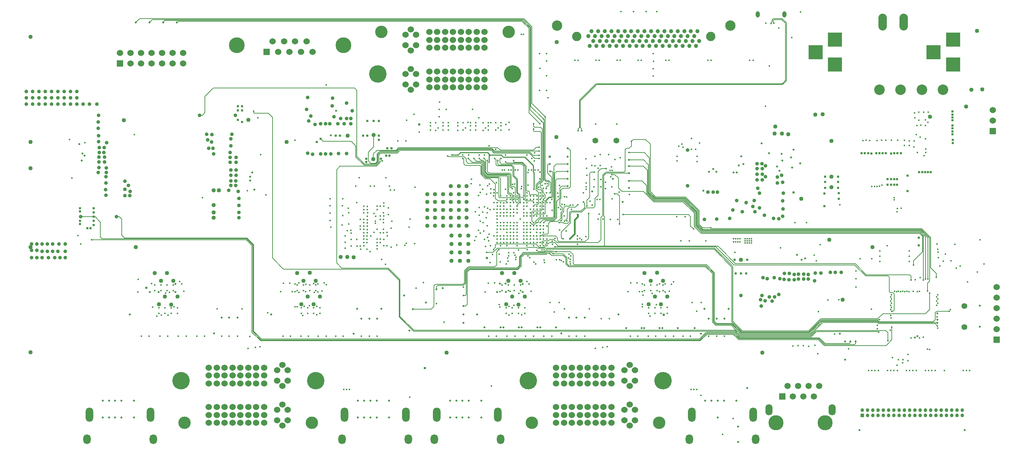
<source format=gbr>
G04 (created by PCBNEW (2013-07-07 BZR 4022)-stable) date 6/4/2014 10:32:15 AM*
%MOIN*%
G04 Gerber Fmt 3.4, Leading zero omitted, Abs format*
%FSLAX34Y34*%
G01*
G70*
G90*
G04 APERTURE LIST*
%ADD10C,0.00590551*%
%ADD11C,0.15*%
%ADD12R,0.06X0.06*%
%ADD13C,0.06*%
%ADD14C,0.1*%
%ADD15C,0.0393701*%
%ADD16C,0.0885827*%
%ADD17C,0.0984252*%
%ADD18C,0.1437*%
%ADD19R,0.0591X0.0591*%
%ADD20C,0.0591*%
%ADD21O,0.0669291X0.106299*%
%ADD22O,0.08X0.16*%
%ADD23C,0.165354*%
%ADD24C,0.11811*%
%ADD25O,0.0393701X0.06*%
%ADD26C,0.056*%
%ADD27C,0.04*%
%ADD28O,0.0708661X0.137795*%
%ADD29O,0.0708661X0.0925197*%
%ADD30R,0.1378X0.1378*%
%ADD31R,0.034X0.034*%
%ADD32C,0.034*%
%ADD33C,0.035*%
%ADD34C,0.024*%
%ADD35C,0.016*%
%ADD36C,0.02*%
%ADD37C,0.005*%
%ADD38C,0.008*%
%ADD39C,0.006*%
%ADD40C,0.01*%
%ADD41C,0.016*%
G04 APERTURE END LIST*
G54D10*
G54D11*
X39734Y-20815D03*
X29606Y-20815D03*
G54D12*
X32456Y-21422D03*
G54D13*
X33556Y-21422D03*
X34606Y-21422D03*
X35706Y-21422D03*
X36806Y-21422D03*
X33006Y-20422D03*
X34106Y-20422D03*
X35156Y-20422D03*
X36256Y-20422D03*
G54D14*
X90660Y-25030D03*
X92687Y-25030D03*
X94695Y-25030D03*
X96722Y-25030D03*
G54D15*
X63308Y-19472D03*
X63938Y-19472D03*
X64568Y-19472D03*
X65198Y-19472D03*
X65828Y-19472D03*
X66458Y-19472D03*
X67088Y-19472D03*
X67718Y-19472D03*
X68348Y-19472D03*
X68978Y-19472D03*
X69607Y-19472D03*
X70237Y-19472D03*
X70867Y-19472D03*
X71497Y-19472D03*
X72127Y-19472D03*
X72757Y-19472D03*
X73387Y-19472D03*
X73080Y-19924D03*
X72450Y-19924D03*
X71820Y-19924D03*
X71190Y-19924D03*
X70560Y-19924D03*
X69930Y-19924D03*
X69300Y-19924D03*
X68670Y-19924D03*
X68040Y-19924D03*
X67410Y-19924D03*
X66780Y-19924D03*
X66150Y-19924D03*
X65520Y-19924D03*
X64891Y-19924D03*
X64261Y-19924D03*
X63631Y-19924D03*
X63001Y-19924D03*
X63466Y-20397D03*
X64096Y-20397D03*
X64726Y-20397D03*
X65355Y-20397D03*
X65985Y-20397D03*
X66615Y-20397D03*
X67245Y-20397D03*
X67875Y-20397D03*
X68505Y-20397D03*
X69135Y-20397D03*
X69765Y-20397D03*
X70395Y-20397D03*
X71025Y-20397D03*
X71655Y-20397D03*
X72285Y-20397D03*
X72915Y-20397D03*
X73544Y-20397D03*
X73230Y-20850D03*
X72600Y-20850D03*
X71970Y-20850D03*
X71340Y-20850D03*
X70080Y-20850D03*
X68190Y-20850D03*
X67560Y-20850D03*
X66930Y-20850D03*
X66300Y-20850D03*
X65670Y-20850D03*
X65040Y-20850D03*
X64410Y-20850D03*
X63780Y-20850D03*
X63150Y-20850D03*
G54D16*
X74635Y-19964D03*
X61909Y-19964D03*
G54D17*
X60030Y-18930D03*
X76515Y-18930D03*
G54D15*
X70710Y-20850D03*
X68820Y-20850D03*
X69450Y-20850D03*
G54D18*
X85523Y-56698D03*
X80850Y-56698D03*
G54D19*
X81435Y-54198D03*
G54D20*
X81935Y-53198D03*
X82435Y-54198D03*
X82935Y-53198D03*
X83435Y-54198D03*
X83935Y-53198D03*
X84435Y-54198D03*
X84935Y-53198D03*
G54D21*
X80185Y-55454D03*
X86185Y-55454D03*
G54D22*
X90962Y-18600D03*
X92962Y-18600D03*
G54D13*
X59950Y-52950D03*
X60700Y-52950D03*
X61450Y-52950D03*
X62200Y-52950D03*
X62950Y-52950D03*
X63700Y-52950D03*
X64450Y-52950D03*
X65200Y-52950D03*
X59950Y-52200D03*
X60700Y-52200D03*
X61450Y-52200D03*
X62200Y-52200D03*
X62950Y-52200D03*
X63700Y-52200D03*
X64450Y-52200D03*
X65200Y-52200D03*
X60700Y-51450D03*
X61450Y-51450D03*
X62200Y-51450D03*
X62950Y-51450D03*
X63700Y-51450D03*
X59950Y-51450D03*
X64450Y-51450D03*
X65200Y-51450D03*
X59950Y-55210D03*
X60700Y-55210D03*
X61450Y-55210D03*
X62200Y-55210D03*
X62950Y-55210D03*
X63700Y-55210D03*
X64450Y-55210D03*
X65200Y-55210D03*
X59950Y-55960D03*
X60700Y-55960D03*
X61450Y-55960D03*
X62200Y-55960D03*
X62950Y-55960D03*
X63700Y-55960D03*
X64450Y-55960D03*
X65200Y-55960D03*
X59950Y-56710D03*
X60700Y-56710D03*
X61450Y-56710D03*
X62200Y-56710D03*
X62950Y-56710D03*
X63700Y-56710D03*
X64450Y-56710D03*
X65200Y-56710D03*
X66950Y-51206D03*
X66950Y-53194D03*
X66950Y-54966D03*
X66950Y-56954D03*
X66450Y-51706D03*
X67450Y-51706D03*
X66450Y-55466D03*
X67450Y-55466D03*
X66450Y-52706D03*
X66450Y-56466D03*
X67450Y-52706D03*
X67450Y-56466D03*
G54D23*
X70097Y-52706D03*
X57302Y-52706D03*
G54D24*
X57656Y-56710D03*
X69743Y-56710D03*
G54D25*
X81653Y-17862D03*
X79121Y-17862D03*
G54D26*
X63691Y-29852D03*
X65691Y-29852D03*
G54D27*
X50700Y-34200D03*
X48450Y-37200D03*
X49200Y-37200D03*
X48450Y-36450D03*
X50800Y-39700D03*
X49200Y-37950D03*
X51600Y-38900D03*
X49950Y-37200D03*
X51450Y-34950D03*
X50700Y-35700D03*
X51450Y-35700D03*
X51450Y-37200D03*
X49950Y-34950D03*
X51450Y-34200D03*
X49950Y-34200D03*
X49950Y-35700D03*
X50700Y-34950D03*
X50700Y-36450D03*
X48450Y-34950D03*
X50700Y-37950D03*
X49950Y-37950D03*
X49200Y-34950D03*
X51450Y-36450D03*
X49200Y-35700D03*
X49950Y-36450D03*
X47700Y-34950D03*
X51450Y-37950D03*
X50700Y-37200D03*
X50800Y-38900D03*
X50000Y-39700D03*
X51600Y-40500D03*
X51600Y-39700D03*
X50800Y-40500D03*
X47700Y-36450D03*
X47700Y-37200D03*
X49200Y-36450D03*
X48450Y-35700D03*
X47700Y-35700D03*
X49993Y-41296D03*
X50000Y-38900D03*
X50803Y-41301D03*
X50000Y-40500D03*
X51600Y-41300D03*
X47700Y-37950D03*
X48450Y-37950D03*
G54D13*
X53150Y-23300D03*
X52400Y-23300D03*
X51650Y-23300D03*
X50900Y-23300D03*
X50150Y-23300D03*
X49400Y-23300D03*
X48650Y-23300D03*
X47900Y-23300D03*
X53150Y-24050D03*
X52400Y-24050D03*
X51650Y-24050D03*
X50900Y-24050D03*
X50150Y-24050D03*
X49400Y-24050D03*
X48650Y-24050D03*
X47900Y-24050D03*
X52400Y-24800D03*
X51650Y-24800D03*
X50900Y-24800D03*
X50150Y-24800D03*
X49400Y-24800D03*
X53150Y-24800D03*
X48650Y-24800D03*
X47900Y-24800D03*
X53150Y-21040D03*
X52400Y-21040D03*
X51650Y-21040D03*
X50900Y-21040D03*
X50150Y-21040D03*
X49400Y-21040D03*
X48650Y-21040D03*
X47900Y-21040D03*
X53150Y-20290D03*
X52400Y-20290D03*
X51650Y-20290D03*
X50900Y-20290D03*
X50150Y-20290D03*
X49400Y-20290D03*
X48650Y-20290D03*
X47900Y-20290D03*
X53150Y-19540D03*
X52400Y-19540D03*
X51650Y-19540D03*
X50900Y-19540D03*
X50150Y-19540D03*
X49400Y-19540D03*
X48650Y-19540D03*
X47900Y-19540D03*
X46150Y-25044D03*
X46150Y-23056D03*
X46150Y-21284D03*
X46150Y-19296D03*
X46650Y-24544D03*
X45650Y-24544D03*
X46650Y-20784D03*
X45650Y-20784D03*
X46650Y-23544D03*
X46650Y-19784D03*
X45650Y-23544D03*
X45650Y-19784D03*
G54D23*
X43002Y-23544D03*
X55797Y-23544D03*
G54D24*
X55443Y-19540D03*
X43356Y-19540D03*
G54D13*
X26950Y-52950D03*
X27700Y-52950D03*
X28450Y-52950D03*
X29200Y-52950D03*
X29950Y-52950D03*
X30700Y-52950D03*
X31450Y-52950D03*
X32200Y-52950D03*
X26950Y-52200D03*
X27700Y-52200D03*
X28450Y-52200D03*
X29200Y-52200D03*
X29950Y-52200D03*
X30700Y-52200D03*
X31450Y-52200D03*
X32200Y-52200D03*
X27700Y-51450D03*
X28450Y-51450D03*
X29200Y-51450D03*
X29950Y-51450D03*
X30700Y-51450D03*
X26950Y-51450D03*
X31450Y-51450D03*
X32200Y-51450D03*
X26950Y-55210D03*
X27700Y-55210D03*
X28450Y-55210D03*
X29200Y-55210D03*
X29950Y-55210D03*
X30700Y-55210D03*
X31450Y-55210D03*
X32200Y-55210D03*
X26950Y-55960D03*
X27700Y-55960D03*
X28450Y-55960D03*
X29200Y-55960D03*
X29950Y-55960D03*
X30700Y-55960D03*
X31450Y-55960D03*
X32200Y-55960D03*
X26950Y-56710D03*
X27700Y-56710D03*
X28450Y-56710D03*
X29200Y-56710D03*
X29950Y-56710D03*
X30700Y-56710D03*
X31450Y-56710D03*
X32200Y-56710D03*
X33950Y-51206D03*
X33950Y-53194D03*
X33950Y-54966D03*
X33950Y-56954D03*
X33450Y-51706D03*
X34450Y-51706D03*
X33450Y-55466D03*
X34450Y-55466D03*
X33450Y-52706D03*
X33450Y-56466D03*
X34450Y-52706D03*
X34450Y-56466D03*
G54D23*
X37097Y-52706D03*
X24302Y-52706D03*
G54D24*
X24656Y-56710D03*
X36743Y-56710D03*
G54D28*
X21422Y-55926D03*
X15595Y-55926D03*
G54D29*
X21658Y-58272D03*
X15359Y-58272D03*
G54D28*
X45672Y-55926D03*
X39845Y-55926D03*
G54D29*
X45908Y-58272D03*
X39609Y-58272D03*
G54D28*
X78672Y-55926D03*
X72845Y-55926D03*
G54D29*
X78908Y-58272D03*
X72609Y-58272D03*
G54D28*
X54422Y-55926D03*
X48595Y-55926D03*
G54D29*
X54658Y-58272D03*
X48359Y-58272D03*
G54D30*
X97668Y-22641D03*
X97668Y-20279D03*
X95818Y-21460D03*
X86455Y-22641D03*
X86455Y-20279D03*
X84605Y-21460D03*
G54D12*
X18500Y-22525D03*
G54D13*
X18500Y-21525D03*
X19500Y-22525D03*
X19500Y-21525D03*
X20500Y-22525D03*
X20500Y-21525D03*
X21500Y-22525D03*
X21500Y-21525D03*
X22500Y-22525D03*
X22500Y-21525D03*
X23500Y-22525D03*
X23500Y-21525D03*
X24500Y-22525D03*
X24500Y-21525D03*
G54D12*
X101800Y-48800D03*
G54D13*
X101800Y-47800D03*
X101800Y-46800D03*
X101800Y-45800D03*
X101800Y-44800D03*
X101800Y-43800D03*
G54D26*
X98740Y-45584D03*
X98740Y-47584D03*
G54D12*
X101450Y-28950D03*
G54D13*
X101450Y-27950D03*
X101450Y-26950D03*
G54D31*
X89050Y-56000D03*
G54D32*
X89050Y-55500D03*
X89550Y-56000D03*
X89550Y-55500D03*
X90050Y-56000D03*
X90050Y-55500D03*
X90550Y-56000D03*
X90550Y-55500D03*
X91050Y-56000D03*
X91050Y-55500D03*
X91550Y-56000D03*
X91550Y-55500D03*
X92050Y-56000D03*
X92050Y-55500D03*
X92550Y-56000D03*
X92550Y-55500D03*
X93050Y-56000D03*
X93050Y-55500D03*
X93550Y-56000D03*
X93550Y-55500D03*
X94050Y-56000D03*
X94050Y-55500D03*
X94550Y-56000D03*
X94550Y-55500D03*
X95050Y-56000D03*
X95050Y-55500D03*
X95550Y-56000D03*
X95550Y-55500D03*
X96050Y-56000D03*
X96050Y-55500D03*
X96550Y-56000D03*
G54D33*
X96550Y-55500D03*
G54D32*
X97050Y-56000D03*
X97050Y-55500D03*
X97550Y-56000D03*
X97550Y-55500D03*
X98050Y-56000D03*
X98050Y-55500D03*
X98550Y-56000D03*
X98550Y-55500D03*
G54D34*
X82500Y-34800D03*
G54D27*
X90000Y-40000D03*
G54D35*
X84822Y-50144D03*
X58124Y-38609D03*
X62788Y-39000D03*
X65973Y-37805D03*
X94546Y-42894D03*
X65501Y-34925D03*
X74650Y-38177D03*
X96062Y-42860D03*
X67100Y-29943D03*
X58756Y-39870D03*
X80646Y-18711D03*
X62038Y-28932D03*
X62376Y-28932D03*
X80387Y-18719D03*
X95442Y-44358D03*
X53342Y-40500D03*
X65086Y-32712D03*
X88829Y-41106D03*
X93671Y-43126D03*
X53998Y-40217D03*
G54D36*
X66875Y-32950D03*
X21300Y-18636D03*
G54D35*
X95247Y-44165D03*
X66891Y-31000D03*
X59008Y-34429D03*
X58737Y-27803D03*
G54D36*
X23900Y-18635D03*
G54D35*
X95050Y-43032D03*
G54D36*
X66874Y-32300D03*
G54D35*
X58401Y-28275D03*
G54D36*
X20000Y-18636D03*
X66874Y-31699D03*
G54D35*
X58910Y-27584D03*
X95283Y-43031D03*
X59368Y-34846D03*
G54D36*
X61026Y-32100D03*
G54D35*
X57494Y-37664D03*
G54D36*
X59354Y-32100D03*
G54D35*
X57809Y-37664D03*
G54D36*
X61025Y-32798D03*
G54D35*
X58122Y-37664D03*
G54D36*
X59375Y-32798D03*
G54D35*
X57809Y-37035D03*
X58440Y-37663D03*
G54D36*
X61025Y-33499D03*
G54D35*
X58758Y-37661D03*
G54D36*
X61025Y-34200D03*
G54D35*
X60401Y-37508D03*
X61300Y-36000D03*
X57494Y-37979D03*
X60734Y-37547D03*
X62000Y-35957D03*
X65100Y-37378D03*
X57809Y-37979D03*
X58124Y-37979D03*
X65796Y-37374D03*
X63030Y-36814D03*
X58757Y-38925D03*
X64049Y-36867D03*
G54D36*
X61025Y-30600D03*
G54D35*
X58440Y-38925D03*
X60264Y-38354D03*
X64400Y-37329D03*
X58125Y-38294D03*
X58757Y-38296D03*
X63558Y-32850D03*
X62870Y-36091D03*
X64700Y-32529D03*
X60606Y-39200D03*
X57809Y-38294D03*
X41674Y-36741D03*
X55614Y-37044D03*
X55290Y-37035D03*
X42637Y-36808D03*
X43553Y-36731D03*
X54655Y-36090D03*
X42004Y-36125D03*
X54022Y-35140D03*
X55279Y-36400D03*
X43558Y-35787D03*
X54974Y-36725D03*
X42031Y-36737D03*
X55603Y-37972D03*
X43244Y-36094D03*
X41666Y-36418D03*
X54359Y-36100D03*
X42934Y-36416D03*
X54664Y-36720D03*
X41996Y-36441D03*
X54355Y-36729D03*
X43559Y-36106D03*
X55290Y-36714D03*
X41659Y-36096D03*
X52740Y-34800D03*
X42934Y-36096D03*
X52583Y-35100D03*
X53138Y-36153D03*
X43558Y-37047D03*
X43240Y-37047D03*
X53433Y-36283D03*
X43999Y-36884D03*
X52635Y-36225D03*
X41994Y-37051D03*
X54985Y-37659D03*
X55605Y-36720D03*
X43544Y-37351D03*
X41664Y-37361D03*
X53672Y-36416D03*
X54350Y-36409D03*
X41666Y-37674D03*
X41669Y-38301D03*
X53007Y-37670D03*
X43556Y-38298D03*
X52729Y-37520D03*
X41988Y-39261D03*
X53085Y-38472D03*
X52744Y-38674D03*
X42938Y-39236D03*
X43561Y-39250D03*
X52331Y-38998D03*
X41024Y-39266D03*
X53525Y-39394D03*
X43859Y-39871D03*
X52212Y-39364D03*
X41029Y-39890D03*
X53229Y-39918D03*
X41999Y-38006D03*
X52638Y-36964D03*
X42780Y-37748D03*
X52283Y-36625D03*
X53401Y-36722D03*
X44357Y-37525D03*
X52968Y-36664D03*
X41351Y-37986D03*
X54348Y-37344D03*
X43859Y-38611D03*
X41356Y-38305D03*
X53303Y-37183D03*
X41661Y-39550D03*
X54344Y-38294D03*
X52568Y-38383D03*
X43249Y-39561D03*
X54344Y-37664D03*
X43243Y-38616D03*
X41668Y-38935D03*
X54359Y-37964D03*
X41994Y-38636D03*
X54664Y-37974D03*
X41350Y-37359D03*
X55300Y-37659D03*
X54974Y-37974D03*
X42004Y-37386D03*
X54670Y-37655D03*
X42938Y-39866D03*
X41359Y-40196D03*
X53590Y-38777D03*
X41666Y-39867D03*
X53129Y-39261D03*
X54340Y-35770D03*
X42809Y-37051D03*
X56234Y-38610D03*
X57262Y-40846D03*
X56864Y-38294D03*
X57438Y-40995D03*
X58812Y-41226D03*
X57179Y-38609D03*
X57179Y-38294D03*
X58839Y-41478D03*
X61269Y-41382D03*
X57179Y-38925D03*
X61320Y-41595D03*
X56864Y-38609D03*
X57179Y-39553D03*
X61134Y-41018D03*
X57179Y-39240D03*
X61305Y-41175D03*
X61185Y-40658D03*
X57496Y-38924D03*
X61330Y-40844D03*
X57494Y-38609D03*
X60457Y-41277D03*
X56864Y-39553D03*
X60642Y-41394D03*
X56866Y-39240D03*
X59970Y-41214D03*
X57194Y-40227D03*
X60264Y-41190D03*
X57494Y-39553D03*
X55287Y-39551D03*
X55224Y-41595D03*
X55328Y-41045D03*
X55607Y-38918D03*
X55281Y-38612D03*
X55380Y-41328D03*
X55452Y-40544D03*
X55602Y-39557D03*
X55427Y-40836D03*
X55604Y-39242D03*
X56150Y-40954D03*
X55922Y-39552D03*
X56106Y-41151D03*
X55919Y-39234D03*
X55917Y-38922D03*
X55946Y-40535D03*
X55605Y-38610D03*
X56056Y-40752D03*
X55919Y-38610D03*
X57840Y-41435D03*
X55920Y-38290D03*
X58002Y-41596D03*
X54700Y-28163D03*
X55290Y-35145D03*
X54700Y-28476D03*
X54200Y-28163D03*
X53500Y-28162D03*
X53500Y-28477D03*
X55918Y-35459D03*
X53000Y-28162D03*
X52300Y-28475D03*
X52300Y-28163D03*
X57179Y-35146D03*
X51800Y-28476D03*
X51800Y-28162D03*
X57178Y-35461D03*
X50600Y-28164D03*
X50600Y-28477D03*
X58916Y-33980D03*
X57809Y-35144D03*
X51100Y-28162D03*
X48000Y-28160D03*
X56651Y-34437D03*
X48000Y-28477D03*
X48500Y-28162D03*
X49700Y-28164D03*
X56006Y-33983D03*
X56235Y-35146D03*
X49700Y-28477D03*
X49200Y-28164D03*
X49200Y-28477D03*
X55811Y-34043D03*
X56235Y-35459D03*
X46450Y-27350D03*
X58124Y-36090D03*
X60114Y-34878D03*
X49495Y-26900D03*
X60152Y-35196D03*
X59552Y-35456D03*
X45729Y-27940D03*
X55449Y-32675D03*
X55688Y-32676D03*
X54833Y-32675D03*
X55056Y-32675D03*
X57326Y-32661D03*
X57593Y-32661D03*
X57956Y-32660D03*
X58229Y-32660D03*
X56322Y-32675D03*
X59381Y-35779D03*
X56085Y-32675D03*
X58755Y-35774D03*
X55470Y-28124D03*
X56865Y-36092D03*
X58380Y-21600D03*
X60735Y-35951D03*
X58395Y-23000D03*
X57809Y-36405D03*
X60944Y-35216D03*
X58364Y-25100D03*
X58125Y-36405D03*
X60726Y-35214D03*
X60496Y-35930D03*
X67728Y-22221D03*
X68042Y-22224D03*
X65730Y-22222D03*
X66043Y-22224D03*
X63728Y-22222D03*
X64044Y-22222D03*
X61727Y-22223D03*
X62043Y-22223D03*
X78357Y-22221D03*
X78672Y-22222D03*
X74358Y-22218D03*
X74673Y-22223D03*
X70358Y-22221D03*
X70671Y-22222D03*
G54D36*
X22600Y-18634D03*
G54D35*
X94852Y-43123D03*
X58577Y-28040D03*
G54D36*
X66874Y-33700D03*
G54D35*
X58755Y-35459D03*
X46050Y-54250D03*
X30855Y-48500D03*
X62674Y-48466D03*
X59791Y-46151D03*
X61167Y-48464D03*
X61891Y-48465D03*
X42950Y-48473D03*
X41450Y-48474D03*
X42200Y-48475D03*
X73300Y-46096D03*
X75945Y-48474D03*
X74445Y-48473D03*
X75195Y-48473D03*
X29684Y-48464D03*
X28166Y-48464D03*
X28881Y-48464D03*
X56377Y-46306D03*
X56377Y-45752D03*
X57810Y-48462D03*
X59574Y-39418D03*
G54D27*
X56376Y-45449D03*
X56376Y-45449D03*
X55985Y-42452D03*
G54D35*
X55983Y-43586D03*
X55983Y-44141D03*
X57036Y-48462D03*
X59068Y-39558D03*
X55786Y-46306D03*
X55786Y-45751D03*
X58756Y-38610D03*
X56040Y-48463D03*
G54D27*
X55785Y-44694D03*
X55785Y-44694D03*
G54D35*
X55392Y-43586D03*
G54D27*
X55394Y-43184D03*
X55394Y-43184D03*
G54D35*
X58447Y-38617D03*
X55392Y-44140D03*
X55290Y-48463D03*
X55196Y-46306D03*
X59616Y-39726D03*
X55195Y-45751D03*
X54290Y-48464D03*
G54D27*
X55196Y-45446D03*
X55196Y-45446D03*
G54D35*
X54802Y-43586D03*
X54802Y-44141D03*
X53540Y-48463D03*
X59068Y-39872D03*
G54D27*
X54802Y-42470D03*
G54D35*
X62216Y-39177D03*
X57178Y-43254D03*
X57178Y-43254D03*
X56967Y-46306D03*
X58755Y-37976D03*
X56967Y-45751D03*
X59540Y-48463D03*
G54D27*
X56966Y-44693D03*
X56966Y-44693D03*
G54D35*
X56574Y-44141D03*
X58429Y-37977D03*
X56574Y-43586D03*
X58790Y-48463D03*
G54D27*
X56572Y-43208D03*
X56572Y-43208D03*
G54D35*
X60906Y-38451D03*
X62378Y-39301D03*
X57361Y-43489D03*
X57361Y-43489D03*
X61974Y-38934D03*
X57560Y-44182D03*
X69923Y-46308D03*
X69924Y-45752D03*
G54D27*
X69922Y-45447D03*
G54D35*
X71100Y-48472D03*
X60190Y-36240D03*
X60386Y-36398D03*
X69529Y-44141D03*
X69528Y-43589D03*
X70350Y-48472D03*
G54D27*
X69529Y-42446D03*
G54D35*
X69332Y-46307D03*
X58755Y-36090D03*
G54D27*
X69331Y-44695D03*
G54D35*
X69335Y-45751D03*
X69400Y-48474D03*
X68938Y-44142D03*
X58440Y-36090D03*
X68936Y-43583D03*
X68700Y-48473D03*
G54D27*
X68938Y-43198D03*
G54D35*
X68741Y-46308D03*
X58125Y-36720D03*
G54D27*
X68741Y-45445D03*
G54D35*
X68741Y-45751D03*
X67700Y-48474D03*
G54D27*
X68348Y-42450D03*
G54D35*
X57809Y-36720D03*
X68348Y-44141D03*
X68345Y-43584D03*
X67000Y-48473D03*
X70709Y-44187D03*
X58755Y-36405D03*
X70513Y-46305D03*
X70509Y-45748D03*
X72700Y-48473D03*
X58753Y-36720D03*
G54D27*
X70513Y-44692D03*
G54D35*
X58440Y-36720D03*
X70118Y-44140D03*
X70117Y-43583D03*
X72000Y-48472D03*
G54D27*
X70119Y-43199D03*
G54D35*
X61414Y-36382D03*
X60708Y-37022D03*
X70909Y-43527D03*
X71103Y-43303D03*
X57494Y-36720D03*
X54346Y-39551D03*
X36923Y-46306D03*
X36922Y-45751D03*
G54D27*
X36922Y-45447D03*
G54D35*
X38100Y-48472D03*
X54345Y-39243D03*
X36529Y-43586D03*
X36528Y-44141D03*
X37350Y-48473D03*
G54D27*
X36529Y-42446D03*
G54D35*
X36332Y-46307D03*
X53913Y-40689D03*
X36332Y-45751D03*
X36422Y-48471D03*
G54D27*
X36331Y-44695D03*
G54D35*
X35938Y-44141D03*
G54D27*
X35938Y-43198D03*
G54D35*
X35938Y-43586D03*
X35700Y-48473D03*
X54660Y-39554D03*
X35741Y-46306D03*
X35741Y-45751D03*
G54D27*
X35741Y-45445D03*
G54D35*
X54969Y-39561D03*
X34700Y-48473D03*
X35347Y-44141D03*
X35348Y-43587D03*
G54D27*
X35348Y-42450D03*
G54D35*
X54970Y-39246D03*
X34000Y-48471D03*
X37710Y-44177D03*
X55292Y-38925D03*
X37513Y-46306D03*
X37513Y-45752D03*
G54D27*
X37513Y-44692D03*
G54D35*
X39700Y-48474D03*
X56390Y-40254D03*
X56236Y-39557D03*
X37119Y-43586D03*
G54D27*
X37119Y-43199D03*
G54D35*
X37119Y-44140D03*
X39000Y-48473D03*
X54655Y-38928D03*
X37907Y-43410D03*
X58600Y-40260D03*
X38104Y-43549D03*
X58434Y-39864D03*
X23376Y-46307D03*
X23377Y-45751D03*
X24800Y-48463D03*
X58599Y-34137D03*
G54D27*
X23376Y-45449D03*
X23376Y-45449D03*
G54D35*
X22983Y-43585D03*
X22983Y-44141D03*
X24050Y-48465D03*
X58749Y-34398D03*
G54D27*
X22985Y-42452D03*
X22985Y-42452D03*
G54D35*
X22786Y-46307D03*
X53453Y-34167D03*
X22786Y-45751D03*
X23050Y-48464D03*
G54D27*
X22785Y-44694D03*
G54D35*
X22392Y-44140D03*
X53597Y-34012D03*
X22392Y-43586D03*
X22300Y-48464D03*
G54D27*
X22394Y-43184D03*
X22394Y-43184D03*
G54D35*
X22198Y-46306D03*
X54032Y-34517D03*
G54D27*
X22196Y-45446D03*
G54D35*
X22195Y-45751D03*
X21285Y-48465D03*
X21802Y-44140D03*
X21801Y-43586D03*
X54031Y-34831D03*
X20544Y-48463D03*
G54D27*
X21802Y-42470D03*
X21802Y-42470D03*
G54D35*
X24178Y-43254D03*
X54659Y-35774D03*
X23967Y-46306D03*
X58280Y-34294D03*
X23967Y-45752D03*
X26550Y-48463D03*
G54D27*
X23966Y-44693D03*
X23966Y-44693D03*
G54D35*
X23574Y-44144D03*
G54D27*
X23572Y-43208D03*
X23572Y-43208D03*
G54D35*
X23574Y-43586D03*
X25800Y-48464D03*
X58438Y-35146D03*
X56235Y-36405D03*
X55602Y-36092D03*
X24361Y-43489D03*
X24361Y-43489D03*
X54975Y-36090D03*
X24558Y-44199D03*
X96230Y-40456D03*
X91740Y-45916D03*
X98356Y-41786D03*
X91811Y-45329D03*
X94458Y-48635D03*
X93500Y-40350D03*
X91403Y-39850D03*
X93671Y-48636D03*
G54D34*
X43100Y-28000D03*
X42000Y-28000D03*
X42600Y-28000D03*
X42000Y-29400D03*
X41600Y-29400D03*
X43100Y-29800D03*
X43100Y-29400D03*
G54D35*
X93495Y-41350D03*
X58329Y-30876D03*
G54D27*
X40148Y-29396D03*
X42599Y-29348D03*
G54D34*
X39408Y-29382D03*
X39003Y-29382D03*
G54D36*
X38525Y-29375D03*
G54D35*
X90705Y-40850D03*
X58334Y-31274D03*
G54D33*
X26725Y-29265D03*
X27400Y-31140D03*
X27325Y-30590D03*
X26925Y-30590D03*
X26850Y-29815D03*
X27200Y-30015D03*
X27225Y-29315D03*
X26075Y-27465D03*
G54D35*
X97395Y-45916D03*
X96123Y-45128D03*
X98628Y-51725D03*
X98943Y-51724D03*
X96192Y-45326D03*
X99257Y-51725D03*
X96122Y-45522D03*
X91740Y-45129D03*
X89628Y-51725D03*
X90572Y-51725D03*
X91818Y-44538D03*
X91820Y-44930D03*
X89943Y-51726D03*
X90257Y-51725D03*
X91738Y-44735D03*
X91428Y-51725D03*
X92096Y-44186D03*
X92687Y-44241D03*
X92372Y-51725D03*
X91743Y-51725D03*
X92293Y-44241D03*
X92057Y-51726D03*
X92490Y-44187D03*
X93228Y-51723D03*
X92884Y-44187D03*
X93474Y-44241D03*
X94172Y-51726D03*
X93080Y-44241D03*
X93543Y-51724D03*
X93857Y-51725D03*
X93277Y-44187D03*
X95028Y-51723D03*
X94262Y-44242D03*
X96124Y-44735D03*
X95972Y-51726D03*
X95343Y-51725D03*
X94458Y-44188D03*
X95657Y-51725D03*
X96193Y-44538D03*
X96828Y-51725D03*
X96192Y-44931D03*
X99046Y-43299D03*
X96138Y-46620D03*
X89952Y-41106D03*
X58125Y-39555D03*
X59838Y-39966D03*
X91845Y-46113D03*
X96144Y-39710D03*
X91739Y-45522D03*
X56847Y-19779D03*
X97842Y-39720D03*
X96208Y-40214D03*
X91812Y-45719D03*
X96947Y-40676D03*
X56625Y-19775D03*
X83445Y-49353D03*
X95245Y-49698D03*
X82943Y-49352D03*
X95442Y-49746D03*
X90676Y-46899D03*
X58119Y-40285D03*
X58438Y-39240D03*
G54D36*
X48565Y-44006D03*
G54D35*
X59944Y-40418D03*
X96198Y-47692D03*
X97296Y-46110D03*
X96189Y-47489D03*
G54D36*
X51133Y-45600D03*
G54D35*
X57809Y-39238D03*
X59339Y-40599D03*
X57811Y-39555D03*
X59681Y-40632D03*
X51150Y-44600D03*
G54D36*
X96180Y-47198D03*
G54D35*
X76767Y-56302D03*
X90477Y-47753D03*
X75764Y-57798D03*
X90479Y-47440D03*
X86900Y-35950D03*
G54D34*
X85450Y-36100D03*
X85450Y-34900D03*
X86800Y-34850D03*
X86800Y-35400D03*
X85500Y-33300D03*
X85500Y-33800D03*
X85500Y-34350D03*
X86750Y-34350D03*
X86750Y-33800D03*
X86750Y-33300D03*
G54D36*
X86901Y-48246D03*
G54D27*
X86100Y-33300D03*
X86100Y-34300D03*
G54D36*
X73930Y-34625D03*
G54D33*
X74380Y-34775D03*
X74880Y-34775D03*
X75280Y-34775D03*
G54D36*
X74480Y-32825D03*
X75180Y-32825D03*
X74880Y-32575D03*
G54D33*
X72430Y-34175D03*
G54D36*
X87900Y-48968D03*
G54D33*
X18160Y-37105D03*
X18975Y-34490D03*
X18975Y-33740D03*
X19300Y-34140D03*
X19475Y-34690D03*
X19450Y-35115D03*
X18975Y-35115D03*
G54D35*
X43456Y-31800D03*
X91488Y-48909D03*
X83738Y-37666D03*
X90593Y-48081D03*
X31200Y-27075D03*
X91707Y-47884D03*
X72824Y-29675D03*
X91853Y-47591D03*
X15800Y-39300D03*
G54D34*
X97600Y-27665D03*
X97600Y-27390D03*
X97650Y-29815D03*
X97650Y-30090D03*
X97600Y-28440D03*
X97600Y-28715D03*
X97600Y-29265D03*
X97600Y-28990D03*
X97600Y-27940D03*
X97600Y-27115D03*
G54D33*
X79445Y-45585D03*
X79820Y-45085D03*
X77500Y-44600D03*
X79370Y-45010D03*
X79520Y-44585D03*
X80470Y-45135D03*
X81120Y-44510D03*
X80695Y-44735D03*
X80195Y-44735D03*
G54D34*
X92694Y-31080D03*
X92388Y-31080D03*
X91782Y-31082D03*
X92086Y-31080D03*
X88974Y-31080D03*
X89280Y-31078D03*
X89898Y-31084D03*
X89592Y-31078D03*
X90368Y-31078D03*
X90670Y-31078D03*
X91268Y-31080D03*
X90976Y-31080D03*
G54D35*
X57809Y-38924D03*
X56864Y-35461D03*
X54400Y-31779D03*
X55916Y-34835D03*
X54659Y-35144D03*
X51618Y-31577D03*
X55144Y-31907D03*
X57809Y-35774D03*
X58125Y-35144D03*
X55900Y-31765D03*
X55604Y-35146D03*
X52128Y-31577D03*
X55781Y-34428D03*
X53121Y-31577D03*
X52627Y-31577D03*
X56233Y-35774D03*
X56864Y-35146D03*
X54700Y-31577D03*
X56235Y-36090D03*
X53400Y-31760D03*
X49650Y-31337D03*
X55914Y-35781D03*
X54442Y-28677D03*
X55291Y-35462D03*
X53241Y-28677D03*
X55610Y-35461D03*
X59119Y-33981D03*
X51340Y-28677D03*
X57809Y-35461D03*
X48740Y-28677D03*
X56682Y-34233D03*
X55471Y-28837D03*
X56864Y-35775D03*
X51084Y-31577D03*
X55291Y-35775D03*
X54333Y-38917D03*
X53670Y-41469D03*
X58439Y-39555D03*
X54976Y-35782D03*
X58125Y-35459D03*
X54527Y-40670D03*
X55291Y-37979D03*
X54503Y-40246D03*
G54D36*
X46337Y-45900D03*
G54D35*
X58755Y-39240D03*
X58438Y-35461D03*
X57822Y-28273D03*
X57823Y-28761D03*
X57810Y-36090D03*
X62545Y-35700D03*
X58755Y-37033D03*
X60239Y-37659D03*
X57892Y-31024D03*
X57494Y-36405D03*
X54346Y-34831D03*
X52711Y-34086D03*
X54118Y-31576D03*
X56556Y-35769D03*
G54D34*
X41900Y-31900D03*
X41900Y-31600D03*
X44300Y-30600D03*
X43900Y-30600D03*
X44100Y-31300D03*
X43800Y-31300D03*
X43300Y-31600D03*
G54D35*
X58330Y-30494D03*
X93496Y-40850D03*
G54D27*
X42591Y-31617D03*
G54D35*
X42294Y-34186D03*
X42669Y-34185D03*
X40923Y-34186D03*
X44119Y-34188D03*
X46071Y-37323D03*
X39618Y-37898D03*
X39647Y-36053D03*
X39664Y-35407D03*
X54979Y-38290D03*
X39673Y-37006D03*
X53347Y-34977D03*
X54344Y-38609D03*
G54D27*
X34340Y-30010D03*
X30700Y-27900D03*
X40120Y-40940D03*
X39470Y-40930D03*
X40710Y-40960D03*
G54D34*
X30100Y-28100D03*
X29700Y-27900D03*
X29700Y-27000D03*
X29700Y-26600D03*
X30100Y-26600D03*
X30100Y-27000D03*
G54D35*
X44221Y-34552D03*
X90705Y-40350D03*
X58338Y-31560D03*
X40450Y-38400D03*
G54D33*
X29475Y-27465D03*
G54D34*
X37207Y-29994D03*
X37574Y-29689D03*
G54D35*
X54344Y-37034D03*
X54655Y-36400D03*
X40464Y-38681D03*
X40477Y-39274D03*
X40467Y-39884D03*
X43730Y-41618D03*
X40254Y-36736D03*
X46500Y-39658D03*
X44824Y-39800D03*
X41999Y-38321D03*
X54029Y-35766D03*
X54033Y-38920D03*
X54985Y-37044D03*
X42934Y-38301D03*
X42938Y-39556D03*
X41988Y-39571D03*
X44261Y-38188D03*
X43906Y-38941D03*
X54664Y-38290D03*
X84549Y-49335D03*
X82440Y-49383D03*
G54D27*
X59983Y-29540D03*
X60012Y-20502D03*
X99939Y-19425D03*
X98917Y-26635D03*
X79542Y-50019D03*
X49545Y-50016D03*
X100455Y-24990D03*
X99421Y-25032D03*
X95466Y-27587D03*
X20000Y-40000D03*
X10000Y-50000D03*
X10000Y-40000D03*
X10000Y-30000D03*
X10004Y-32499D03*
X9999Y-20001D03*
G54D35*
X32376Y-35028D03*
X13704Y-29766D03*
X85026Y-39754D03*
X95319Y-27167D03*
X94878Y-27153D03*
X94402Y-27153D03*
X94010Y-27230D03*
X94045Y-27699D03*
X94395Y-27923D03*
X95032Y-27888D03*
X95291Y-28119D03*
X95053Y-28434D03*
X94605Y-28399D03*
X94227Y-28427D03*
X94185Y-29309D03*
X94556Y-29540D03*
X95046Y-29715D03*
X95081Y-30660D03*
X95067Y-31003D03*
X94899Y-31290D03*
X94290Y-31003D03*
X93947Y-30471D03*
X93968Y-29897D03*
X93506Y-29897D03*
X93504Y-30345D03*
X93033Y-30324D03*
X93033Y-29835D03*
X92421Y-29820D03*
X91818Y-29826D03*
X91284Y-29838D03*
X90861Y-29847D03*
X90453Y-29856D03*
X89733Y-29862D03*
X89124Y-29850D03*
X89424Y-29842D03*
X92082Y-35502D03*
X92076Y-35292D03*
X92337Y-36642D03*
X92382Y-36330D03*
X92745Y-36306D03*
X90909Y-34083D03*
X90671Y-34182D03*
X90450Y-34220D03*
X90195Y-34223D03*
X89949Y-34227D03*
G54D33*
X12600Y-25200D03*
X12000Y-25200D03*
X11400Y-25200D03*
X13200Y-25800D03*
X13800Y-25800D03*
X14400Y-25800D03*
X9600Y-25800D03*
X10200Y-25800D03*
X10800Y-25800D03*
X12600Y-26400D03*
X12000Y-26400D03*
X11400Y-26400D03*
X14400Y-26400D03*
X13800Y-26400D03*
X13200Y-26400D03*
X9600Y-26400D03*
X10200Y-26400D03*
X10800Y-26400D03*
X12600Y-25800D03*
X12000Y-25800D03*
X11400Y-25800D03*
X13200Y-25200D03*
X13800Y-25200D03*
X14400Y-25200D03*
X9600Y-25200D03*
X10200Y-25200D03*
X10800Y-25200D03*
X16475Y-29965D03*
X16475Y-29390D03*
X16425Y-28715D03*
X16450Y-28115D03*
X16475Y-27465D03*
X15000Y-26400D03*
X15600Y-26400D03*
X16300Y-26400D03*
G54D35*
X58400Y-32878D03*
X79875Y-18705D03*
X82353Y-20049D03*
X83188Y-17624D03*
G54D33*
X13300Y-41000D03*
X12800Y-41000D03*
X12300Y-41000D03*
X11700Y-41000D03*
X11600Y-39700D03*
X12100Y-39700D03*
X13300Y-40400D03*
X12600Y-40400D03*
X12100Y-40400D03*
X11600Y-40400D03*
X11100Y-40400D03*
X10600Y-40300D03*
X10100Y-40300D03*
X10100Y-39700D03*
X10600Y-39700D03*
X11100Y-39700D03*
X10100Y-41000D03*
X10600Y-41000D03*
X11100Y-41000D03*
X12700Y-39700D03*
X13300Y-39700D03*
G54D35*
X79850Y-26600D03*
X80213Y-22778D03*
X65542Y-31664D03*
X97464Y-41307D03*
X65280Y-35388D03*
X96278Y-40992D03*
G54D36*
X88772Y-57399D03*
X98776Y-57406D03*
G54D35*
X36158Y-43526D03*
X23646Y-45651D03*
X35148Y-44230D03*
X35495Y-43393D03*
X35150Y-43498D03*
X35496Y-44297D03*
X23062Y-46460D03*
X23222Y-44313D03*
X35864Y-46498D03*
X55590Y-44212D03*
X56424Y-44412D03*
X54605Y-44248D03*
X54540Y-45465D03*
X36018Y-45619D03*
X69485Y-45468D03*
G54D36*
X23778Y-43500D03*
X23778Y-43500D03*
G54D35*
X21999Y-46569D03*
X21605Y-45713D03*
X37200Y-45638D03*
X37206Y-46423D03*
X36492Y-45572D03*
X35353Y-45660D03*
X36920Y-43463D03*
X36959Y-44306D03*
X36135Y-44221D03*
X55473Y-45617D03*
X55461Y-46456D03*
X55949Y-45543D03*
X56667Y-46422D03*
X54605Y-45708D03*
G54D36*
X31272Y-34536D03*
G54D35*
X30618Y-34629D03*
G54D36*
X14646Y-30210D03*
G54D35*
X15162Y-30070D03*
X84468Y-40772D03*
X84669Y-41289D03*
X44577Y-34561D03*
X43784Y-33383D03*
X48567Y-45360D03*
X56236Y-39236D03*
X53429Y-39074D03*
X69088Y-44408D03*
X68148Y-44230D03*
X68202Y-44577D03*
G54D36*
X94043Y-48585D03*
G54D35*
X94850Y-48581D03*
X61983Y-39219D03*
X54970Y-36400D03*
X56866Y-36720D03*
X54662Y-39239D03*
X22830Y-44352D03*
X21513Y-43475D03*
X58438Y-35777D03*
X58125Y-39240D03*
X58753Y-39555D03*
G54D34*
X70164Y-46443D03*
G54D35*
X51921Y-33541D03*
X40207Y-36299D03*
X55290Y-38294D03*
X59067Y-37982D03*
X60288Y-34120D03*
X22428Y-46478D03*
X68144Y-45429D03*
X68875Y-46553D03*
X53714Y-39869D03*
X34041Y-43444D03*
X47337Y-43373D03*
X57500Y-38300D03*
X67029Y-43405D03*
X53504Y-43423D03*
X20231Y-43077D03*
X19871Y-29315D03*
X90711Y-41350D03*
X72600Y-39413D03*
X71797Y-39415D03*
X84871Y-46141D03*
X26327Y-35315D03*
X57180Y-31223D03*
X55149Y-31223D03*
X53151Y-31223D03*
X52651Y-31223D03*
X51650Y-31223D03*
X57494Y-35144D03*
X53750Y-28150D03*
X76955Y-40500D03*
X60986Y-37502D03*
X73583Y-30094D03*
X82647Y-37667D03*
X20219Y-44277D03*
X33767Y-44243D03*
X66772Y-44245D03*
X53194Y-44280D03*
X35150Y-29846D03*
X31600Y-27700D03*
X14760Y-39700D03*
X57264Y-32898D03*
X57267Y-34102D03*
X59584Y-36493D03*
X48858Y-26200D03*
X65000Y-46805D03*
X64250Y-46805D03*
X65700Y-28300D03*
X63700Y-28300D03*
X53585Y-30373D03*
X100601Y-41600D03*
X100246Y-39300D03*
X93388Y-50184D03*
X93381Y-50790D03*
X91902Y-50499D03*
X92331Y-51228D03*
X57887Y-31784D03*
X57179Y-37036D03*
X55920Y-36714D03*
G54D36*
X78100Y-53400D03*
X77251Y-58536D03*
X77250Y-57062D03*
G54D35*
X73700Y-54094D03*
X49303Y-47138D03*
G54D36*
X75897Y-54594D03*
X74715Y-54605D03*
G54D35*
X53806Y-53200D03*
X52003Y-26892D03*
X48857Y-26900D03*
X94065Y-43107D03*
G54D36*
X96187Y-46310D03*
G54D35*
X97981Y-41999D03*
X46650Y-43900D03*
X54650Y-41394D03*
X46550Y-34300D03*
X41238Y-33383D03*
X45963Y-38088D03*
X38478Y-36752D03*
X38478Y-35400D03*
X38478Y-36050D03*
X38484Y-37450D03*
X38537Y-38100D03*
X58808Y-40265D03*
X59032Y-21600D03*
X59031Y-23699D03*
X59172Y-25799D03*
X87750Y-49650D03*
X72880Y-45250D03*
X59377Y-45249D03*
X63927Y-37341D03*
G54D36*
X87400Y-48975D03*
G54D35*
X89901Y-45883D03*
X91780Y-46725D03*
X91739Y-46506D03*
G54D34*
X94406Y-39095D03*
G54D35*
X64650Y-33817D03*
X62862Y-33150D03*
X65291Y-32711D03*
X64150Y-32245D03*
X63628Y-32257D03*
X63350Y-32231D03*
X62771Y-31607D03*
X64104Y-35451D03*
X62816Y-33900D03*
X62806Y-34252D03*
X62525Y-34823D03*
X65231Y-34265D03*
G54D33*
X17250Y-30065D03*
X17025Y-31440D03*
X16500Y-31440D03*
X16525Y-30990D03*
X16975Y-30990D03*
X16525Y-30540D03*
X17000Y-30540D03*
X17025Y-31890D03*
X16500Y-31890D03*
X16500Y-32440D03*
X17200Y-32465D03*
X17200Y-32915D03*
X16450Y-32915D03*
X17175Y-33315D03*
X17175Y-33890D03*
X17175Y-35065D03*
X17150Y-34540D03*
G54D36*
X100193Y-47580D03*
X100205Y-45580D03*
G54D35*
X66895Y-34995D03*
X53747Y-34475D03*
X58755Y-35144D03*
X56235Y-37977D03*
X56864Y-37662D03*
X56553Y-37348D03*
X58442Y-37033D03*
X59850Y-39150D03*
X55288Y-39870D03*
G54D34*
X91762Y-34069D03*
X92069Y-34054D03*
X92337Y-34050D03*
X92069Y-33534D03*
X92337Y-33530D03*
X91766Y-33526D03*
X91443Y-34058D03*
X91443Y-33526D03*
X94450Y-32865D03*
X95550Y-32865D03*
X95275Y-32865D03*
X94725Y-32865D03*
X95000Y-32865D03*
G54D33*
X79730Y-36975D03*
X74030Y-37350D03*
X75205Y-37325D03*
X76430Y-37275D03*
X79280Y-34875D03*
X79280Y-36250D03*
X78655Y-36125D03*
X78855Y-36625D03*
X77655Y-36625D03*
X76730Y-36475D03*
X77105Y-35550D03*
X78005Y-35750D03*
X78780Y-35575D03*
X79105Y-34400D03*
X79855Y-32250D03*
X79555Y-33600D03*
X79855Y-33300D03*
X79030Y-33050D03*
X79530Y-33050D03*
X79530Y-32525D03*
X79505Y-32050D03*
X79030Y-32050D03*
X79030Y-32525D03*
X79030Y-33600D03*
X28825Y-34590D03*
X29750Y-34690D03*
X29800Y-35365D03*
X29800Y-36040D03*
X29800Y-36715D03*
X29800Y-37215D03*
X29500Y-33690D03*
X29500Y-34140D03*
X29050Y-34140D03*
X29050Y-33690D03*
X29525Y-32665D03*
X29550Y-33165D03*
X29050Y-33165D03*
X29025Y-32665D03*
X29025Y-30365D03*
X28975Y-30990D03*
X28975Y-31465D03*
X29550Y-31465D03*
X29550Y-31940D03*
X28975Y-31940D03*
X29150Y-29265D03*
X29050Y-29690D03*
X87045Y-42385D03*
X86470Y-42385D03*
X85995Y-42410D03*
X85120Y-42460D03*
X84495Y-43210D03*
X84570Y-42460D03*
X82970Y-42560D03*
X83470Y-42560D03*
X83470Y-43035D03*
X83920Y-43035D03*
X83920Y-42585D03*
X82570Y-43085D03*
X82570Y-42585D03*
X82970Y-43035D03*
X79595Y-42910D03*
X79995Y-42985D03*
X80670Y-42910D03*
X81195Y-43010D03*
X81620Y-43060D03*
X81645Y-42510D03*
X82095Y-42510D03*
X82070Y-43085D03*
X39200Y-28275D03*
X39800Y-28275D03*
X40450Y-28275D03*
X40450Y-27750D03*
X40025Y-27775D03*
X39475Y-27775D03*
X38850Y-27600D03*
X38700Y-25825D03*
X40050Y-26300D03*
X38675Y-26550D03*
X38452Y-28278D03*
X38025Y-28275D03*
X36650Y-27525D03*
X36225Y-26900D03*
X36425Y-28000D03*
X37025Y-28325D03*
X37575Y-28250D03*
X40575Y-27025D03*
X36325Y-31050D03*
X36800Y-31150D03*
X37575Y-31125D03*
X38050Y-31125D03*
X38525Y-31125D03*
X39275Y-31100D03*
X40025Y-31100D03*
X36329Y-25749D03*
G54D36*
X82388Y-32421D03*
X82504Y-30744D03*
G54D35*
X57179Y-36090D03*
X55926Y-37659D03*
G54D36*
X75950Y-46800D03*
G54D35*
X22159Y-44250D03*
G54D36*
X22159Y-44250D03*
X23766Y-44274D03*
X23766Y-44274D03*
X42950Y-46800D03*
G54D35*
X37317Y-44266D03*
X37317Y-43502D03*
G54D36*
X32876Y-46399D03*
X19450Y-46398D03*
X29673Y-46698D03*
X16873Y-54599D03*
X17466Y-54603D03*
X18056Y-54593D03*
X18646Y-54601D03*
X19829Y-54604D03*
X16873Y-56202D03*
X17465Y-56202D03*
X18056Y-56199D03*
X18646Y-56201D03*
X19829Y-56201D03*
X41124Y-54608D03*
X41715Y-54605D03*
X42306Y-54597D03*
X42897Y-54594D03*
X44079Y-54600D03*
X41124Y-56205D03*
X41715Y-56211D03*
X42305Y-56207D03*
X42898Y-56208D03*
X44079Y-56206D03*
X62673Y-46698D03*
X65876Y-46399D03*
X52450Y-46398D03*
X75305Y-56207D03*
X77079Y-54600D03*
X75306Y-54597D03*
X74124Y-54608D03*
G54D35*
X69766Y-44235D03*
X69759Y-43512D03*
G54D36*
X55149Y-43476D03*
X55159Y-44250D03*
X54604Y-43477D03*
X56766Y-44274D03*
X56778Y-43500D03*
G54D35*
X68149Y-45655D03*
X68150Y-43498D03*
X70317Y-43502D03*
X70317Y-44266D03*
G54D36*
X56778Y-43500D03*
X56766Y-44274D03*
X54604Y-43477D03*
X55159Y-44250D03*
X55149Y-43476D03*
X52829Y-56201D03*
X51646Y-56201D03*
X51056Y-56199D03*
X50465Y-56202D03*
X49873Y-56202D03*
X52829Y-54604D03*
X51646Y-54601D03*
X51056Y-54593D03*
X50466Y-54603D03*
X49873Y-54599D03*
G54D35*
X54655Y-37035D03*
X52986Y-34485D03*
X45718Y-39644D03*
X44266Y-39994D03*
X45562Y-39820D03*
X54033Y-36407D03*
X53396Y-37981D03*
X39917Y-39517D03*
X42342Y-38946D03*
X41664Y-38621D03*
X41999Y-37696D03*
X43242Y-37362D03*
X43556Y-37675D03*
X42625Y-38610D03*
X43243Y-39246D03*
X41664Y-39246D03*
X41988Y-38946D03*
X41988Y-40206D03*
X43559Y-39875D03*
X42938Y-40181D03*
X43549Y-38616D03*
X41017Y-35754D03*
X41661Y-38001D03*
X41353Y-39883D03*
X39906Y-40103D03*
X39911Y-38927D03*
X40092Y-38427D03*
X40239Y-37808D03*
X44007Y-36254D03*
X43374Y-41155D03*
X42274Y-40444D03*
X35149Y-45655D03*
X57182Y-39868D03*
X63557Y-34250D03*
X65148Y-33302D03*
X72200Y-37088D03*
X93900Y-41683D03*
X65252Y-33105D03*
G54D36*
X66274Y-35700D03*
G54D35*
X63165Y-35646D03*
X63390Y-35999D03*
X64650Y-34445D03*
G54D36*
X65326Y-33498D03*
G54D35*
X66027Y-31496D03*
X73000Y-38267D03*
X66308Y-36901D03*
X81108Y-19152D03*
X71400Y-37089D03*
X63560Y-33549D03*
X63830Y-35465D03*
X42769Y-37522D03*
G54D36*
X77530Y-31375D03*
X81430Y-31762D03*
X82269Y-31460D03*
X77293Y-32243D03*
X83134Y-32041D03*
X77728Y-32088D03*
X80187Y-31066D03*
X81180Y-32745D03*
X81366Y-31145D03*
X77122Y-32893D03*
X76804Y-32894D03*
X39025Y-27025D03*
G54D27*
X86100Y-29900D03*
X85264Y-27381D03*
X84560Y-27383D03*
G54D36*
X14872Y-31766D03*
X15144Y-31313D03*
G54D34*
X93325Y-34665D03*
X93326Y-33213D03*
G54D36*
X14952Y-31101D03*
X83265Y-41203D03*
X83597Y-41066D03*
X82832Y-40740D03*
X30859Y-33301D03*
X30882Y-33673D03*
X31085Y-32908D03*
G54D35*
X63682Y-49644D03*
X64359Y-49524D03*
X73318Y-53532D03*
X64800Y-49470D03*
X72768Y-53529D03*
X73036Y-53521D03*
X31359Y-49524D03*
X30682Y-49644D03*
X40318Y-53532D03*
X31800Y-49470D03*
X40036Y-53521D03*
X39768Y-53529D03*
X45672Y-29899D03*
X44919Y-29900D03*
G54D27*
X27400Y-37200D03*
G54D36*
X79485Y-30121D03*
G54D27*
X27900Y-34600D03*
X27400Y-36000D03*
X27400Y-34600D03*
X80769Y-28527D03*
X80721Y-29210D03*
X81999Y-29277D03*
X87170Y-45000D03*
G54D35*
X86820Y-45000D03*
X85770Y-45040D03*
G54D27*
X85900Y-39300D03*
X81400Y-29200D03*
G54D35*
X86400Y-48255D03*
X31890Y-31190D03*
G54D33*
X80980Y-33900D03*
X80980Y-33325D03*
X81380Y-33150D03*
G54D35*
X81278Y-40050D03*
X13948Y-33422D03*
G54D27*
X18890Y-27920D03*
X27400Y-36700D03*
G54D33*
X81480Y-33825D03*
X81530Y-34850D03*
G54D27*
X83250Y-35400D03*
G54D33*
X81480Y-35600D03*
X81505Y-36375D03*
X81480Y-37050D03*
X81105Y-37300D03*
X80605Y-37250D03*
G54D36*
X80934Y-32326D03*
G54D35*
X78500Y-39400D03*
X78300Y-39600D03*
X77900Y-39600D03*
X78100Y-39400D03*
X78300Y-39200D03*
X77900Y-39200D03*
X77400Y-39200D03*
X78100Y-39200D03*
X78300Y-39400D03*
X77900Y-39400D03*
X78100Y-39600D03*
X78500Y-39600D03*
X78500Y-39200D03*
X77000Y-39500D03*
X76800Y-39200D03*
X77200Y-39200D03*
X77400Y-39500D03*
X77000Y-39200D03*
X76800Y-39500D03*
X77200Y-39500D03*
X55606Y-38280D03*
X57180Y-37980D03*
G54D34*
X76900Y-41200D03*
X77000Y-42500D03*
X78000Y-42500D03*
X78100Y-41200D03*
X77500Y-42500D03*
G54D35*
X61965Y-39724D03*
X50045Y-31223D03*
X53580Y-31932D03*
X55922Y-35147D03*
X55134Y-34501D03*
X57826Y-34498D03*
X57180Y-34830D03*
X55610Y-35780D03*
X57494Y-35461D03*
X56237Y-36720D03*
X56864Y-37035D03*
G54D27*
X77500Y-41200D03*
G54D35*
X55600Y-36400D03*
X57179Y-36720D03*
X57179Y-37664D03*
X57179Y-35774D03*
X55917Y-37976D03*
X55914Y-37029D03*
X56240Y-37659D03*
X56864Y-37977D03*
X83943Y-49419D03*
X61250Y-39200D03*
G54D34*
X53358Y-41042D03*
G54D36*
X76350Y-45850D03*
G54D35*
X74169Y-39413D03*
X99962Y-42350D03*
X69165Y-23720D03*
X69165Y-21582D03*
X69500Y-17600D03*
X66100Y-17600D03*
X65194Y-32376D03*
X64952Y-31202D03*
X64150Y-31204D03*
X63657Y-31377D03*
X65939Y-34769D03*
X96756Y-41340D03*
X73350Y-31850D03*
X73350Y-31350D03*
X71450Y-31800D03*
X71450Y-31350D03*
X73200Y-30700D03*
X72800Y-30700D03*
X71600Y-30400D03*
X71900Y-30200D03*
X72000Y-30500D03*
G54D36*
X47565Y-45277D03*
G54D35*
X63957Y-32486D03*
X56864Y-36405D03*
X54981Y-38919D03*
X55284Y-39243D03*
X56234Y-38294D03*
X38110Y-24560D03*
X59037Y-25100D03*
X59031Y-22300D03*
X51891Y-33972D03*
X55923Y-36401D03*
X58435Y-38294D03*
X51575Y-28138D03*
X55168Y-28323D03*
X61991Y-36909D03*
X58435Y-34830D03*
X34888Y-44244D03*
X67888Y-44244D03*
X61556Y-36003D03*
X59063Y-39232D03*
X58438Y-36405D03*
X56866Y-38925D03*
X56240Y-39869D03*
X57494Y-37033D03*
X55605Y-37664D03*
X58125Y-35774D03*
X58393Y-33505D03*
X54197Y-30699D03*
X88455Y-43800D03*
X88455Y-43000D03*
X88456Y-42250D03*
X92881Y-51000D03*
X92906Y-50712D03*
X92475Y-50714D03*
X57655Y-31577D03*
X57494Y-39240D03*
X52300Y-28879D03*
X57812Y-39866D03*
X51070Y-31223D03*
X54291Y-33849D03*
G54D33*
X72430Y-30775D03*
G54D35*
X52604Y-27713D03*
X48857Y-27600D03*
X93868Y-44212D03*
G54D36*
X94261Y-48459D03*
X96189Y-46901D03*
G54D35*
X96400Y-41796D03*
X51150Y-43800D03*
G54D36*
X45514Y-44600D03*
X87401Y-50687D03*
X66876Y-34350D03*
X49168Y-43914D03*
X46000Y-47927D03*
X51127Y-47200D03*
X51127Y-46400D03*
G54D34*
X94401Y-39845D03*
G54D35*
X62843Y-32514D03*
X62794Y-34482D03*
X64207Y-34250D03*
X64207Y-33550D03*
X49700Y-28879D03*
X49200Y-28879D03*
X48500Y-28883D03*
X48000Y-28880D03*
X50600Y-28883D03*
X51100Y-28881D03*
X51800Y-28878D03*
X53000Y-28882D03*
X53500Y-28879D03*
X54200Y-28880D03*
X54701Y-28879D03*
X59067Y-37038D03*
X53736Y-34851D03*
X59066Y-35779D03*
X59052Y-34847D03*
X58124Y-38925D03*
X54659Y-39870D03*
X56238Y-38918D03*
X58124Y-37035D03*
G54D36*
X61025Y-31400D03*
G54D34*
X59356Y-31400D03*
G54D36*
X63361Y-34688D03*
X40702Y-48248D03*
X43350Y-45850D03*
X41050Y-45850D03*
G54D35*
X27750Y-45850D03*
X30100Y-45850D03*
G54D36*
X27429Y-48205D03*
G54D35*
X63100Y-45850D03*
X60750Y-45850D03*
G54D36*
X74050Y-45850D03*
X73092Y-47700D03*
X71524Y-47701D03*
X70038Y-47700D03*
X69763Y-47702D03*
X68313Y-47698D03*
X68088Y-47700D03*
X66608Y-47702D03*
X73702Y-48248D03*
X54338Y-44278D03*
X54338Y-44278D03*
X53148Y-47619D03*
X54672Y-47622D03*
X54940Y-47622D03*
X56406Y-47619D03*
X56679Y-47624D03*
X58185Y-47622D03*
X58432Y-47621D03*
X59949Y-47622D03*
X60429Y-48205D03*
X21338Y-44278D03*
X21338Y-44278D03*
G54D34*
X14700Y-37800D03*
X14700Y-37500D03*
G54D35*
X14500Y-38900D03*
X68500Y-17600D03*
X60228Y-45249D03*
X46950Y-29050D03*
G54D34*
X46935Y-28323D03*
G54D35*
X67300Y-17600D03*
X67628Y-43405D03*
X69197Y-22338D03*
X69179Y-23036D03*
G54D34*
X14700Y-36300D03*
X14700Y-36600D03*
X15700Y-38200D03*
X15400Y-38200D03*
X16000Y-37900D03*
X16000Y-37500D03*
X16000Y-36300D03*
X16000Y-36700D03*
X16000Y-37100D03*
G54D35*
X73729Y-45250D03*
G54D34*
X47487Y-51498D03*
G54D35*
X54104Y-43394D03*
X34641Y-43443D03*
G54D34*
X20997Y-43851D03*
G54D36*
X28891Y-46704D03*
X28167Y-46705D03*
G54D35*
X32527Y-46218D03*
G54D36*
X42200Y-46800D03*
X41450Y-46800D03*
X61167Y-46705D03*
X61891Y-46704D03*
X74450Y-46800D03*
X75200Y-46800D03*
X88400Y-48967D03*
G54D33*
X14760Y-37105D03*
G54D37*
X65973Y-37805D02*
X65973Y-35139D01*
X65759Y-34925D02*
X65501Y-34925D01*
X65973Y-35139D02*
X65759Y-34925D01*
X74650Y-38177D02*
X74707Y-38234D01*
X74707Y-38234D02*
X75156Y-38234D01*
X74650Y-38177D02*
X73885Y-38177D01*
X75156Y-38234D02*
X75156Y-38234D01*
X95533Y-41975D02*
X95533Y-39088D01*
X95533Y-39088D02*
X94679Y-38234D01*
X94679Y-38234D02*
X75156Y-38234D01*
X96062Y-42504D02*
X95533Y-41975D01*
X96062Y-42860D02*
X96062Y-42504D01*
X60120Y-39575D02*
X60027Y-39575D01*
X59365Y-39252D02*
X59219Y-39398D01*
X59704Y-39252D02*
X59365Y-39252D01*
X60027Y-39575D02*
X59704Y-39252D01*
X68898Y-30279D02*
X68898Y-30201D01*
X68898Y-30201D02*
X68457Y-29760D01*
X67100Y-29943D02*
X67283Y-29760D01*
X67283Y-29760D02*
X68457Y-29760D01*
X68898Y-30406D02*
X68898Y-30279D01*
X68898Y-34713D02*
X68898Y-30406D01*
X69419Y-35234D02*
X68898Y-34713D01*
X72231Y-35234D02*
X69419Y-35234D01*
X73529Y-36532D02*
X72231Y-35234D01*
X73529Y-37820D02*
X73529Y-36532D01*
X73885Y-38177D02*
X73800Y-38092D01*
X73800Y-38092D02*
X73529Y-37820D01*
X58756Y-39870D02*
X58595Y-39709D01*
X63945Y-39575D02*
X64210Y-39310D01*
X60120Y-39575D02*
X63945Y-39575D01*
X58701Y-39398D02*
X59219Y-39398D01*
X58595Y-39504D02*
X58701Y-39398D01*
X58595Y-39709D02*
X58595Y-39504D01*
X66497Y-31370D02*
X66497Y-32754D01*
X64376Y-33163D02*
X64376Y-33200D01*
X64679Y-32859D02*
X64376Y-33163D01*
X66392Y-32859D02*
X64679Y-32859D01*
X66497Y-32754D02*
X66392Y-32859D01*
X66497Y-31362D02*
X66497Y-31370D01*
X64376Y-33200D02*
X64376Y-36994D01*
X64376Y-36994D02*
X64210Y-37160D01*
X64210Y-37160D02*
X64210Y-39310D01*
X67100Y-29943D02*
X67100Y-30397D01*
X66497Y-30748D02*
X66497Y-31362D01*
X66637Y-30608D02*
X66497Y-30748D01*
X66889Y-30608D02*
X66637Y-30608D01*
X67100Y-30397D02*
X66889Y-30608D01*
X62161Y-27260D02*
X62161Y-26475D01*
X62161Y-26045D02*
X62161Y-26388D01*
X62161Y-26388D02*
X62161Y-26475D01*
X63757Y-24449D02*
X62161Y-26045D01*
X81427Y-24449D02*
X63757Y-24449D01*
X81734Y-24142D02*
X81427Y-24449D01*
X81734Y-18715D02*
X81734Y-24142D01*
X81373Y-18354D02*
X81734Y-18715D01*
X80638Y-18354D02*
X81373Y-18354D01*
X80561Y-18431D02*
X80638Y-18354D01*
X80561Y-18589D02*
X80561Y-18431D01*
X80646Y-18674D02*
X80561Y-18589D01*
X80646Y-18711D02*
X80646Y-18674D01*
X62036Y-28768D02*
X62161Y-28642D01*
G54D38*
X62038Y-28932D02*
X62036Y-28930D01*
G54D37*
X62036Y-28930D02*
X62036Y-28768D01*
X62161Y-28642D02*
X62161Y-28276D01*
X62161Y-28276D02*
X62161Y-27708D01*
X62161Y-27708D02*
X62161Y-27260D01*
X62268Y-28647D02*
X62252Y-28631D01*
X80600Y-18264D02*
X80792Y-18264D01*
X80387Y-18719D02*
X80387Y-18655D01*
X62252Y-27842D02*
X62252Y-27426D01*
X62252Y-28276D02*
X62252Y-27842D01*
X62252Y-28631D02*
X62252Y-28276D01*
G54D38*
X62378Y-28930D02*
X62376Y-28932D01*
G54D37*
X62378Y-28757D02*
X62378Y-28930D01*
X62268Y-28647D02*
X62378Y-28757D01*
X62252Y-26102D02*
X63814Y-24540D01*
X63814Y-24540D02*
X81465Y-24540D01*
X81465Y-24540D02*
X81825Y-24180D01*
X81825Y-24180D02*
X81825Y-18678D01*
X81825Y-18678D02*
X81411Y-18264D01*
X81411Y-18264D02*
X80792Y-18264D01*
X62252Y-27426D02*
X62252Y-26102D01*
X80387Y-18655D02*
X80471Y-18571D01*
X80471Y-18571D02*
X80471Y-18393D01*
X80471Y-18393D02*
X80600Y-18264D01*
X57102Y-40094D02*
X54361Y-40094D01*
X57102Y-40094D02*
X57167Y-40029D01*
X57167Y-40029D02*
X58004Y-40029D01*
X53955Y-40500D02*
X54361Y-40094D01*
X53342Y-40500D02*
X53955Y-40500D01*
X75008Y-40113D02*
X76610Y-41715D01*
X76744Y-41849D02*
X76744Y-46551D01*
X76610Y-41715D02*
X76744Y-41849D01*
X76744Y-47065D02*
X76744Y-46551D01*
X77639Y-47961D02*
X83947Y-47961D01*
X76744Y-47065D02*
X77639Y-47961D01*
X90522Y-46808D02*
X90994Y-46337D01*
X90994Y-46337D02*
X95053Y-46337D01*
X95442Y-45948D02*
X95442Y-44358D01*
X95053Y-46337D02*
X95442Y-45948D01*
X84698Y-47210D02*
X85099Y-46808D01*
X85099Y-46808D02*
X90522Y-46808D01*
X83947Y-47961D02*
X84698Y-47210D01*
X58317Y-40113D02*
X75008Y-40113D01*
X58101Y-40029D02*
X58185Y-40113D01*
X58185Y-40113D02*
X58317Y-40113D01*
X58004Y-40029D02*
X58101Y-40029D01*
X88365Y-41565D02*
X76985Y-41565D01*
X89424Y-42624D02*
X88365Y-41565D01*
X93360Y-42624D02*
X89424Y-42624D01*
X93671Y-43126D02*
X93671Y-42943D01*
X93671Y-42757D02*
X93538Y-42624D01*
X93538Y-42624D02*
X93360Y-42624D01*
X93671Y-42943D02*
X93671Y-42757D01*
X76985Y-41565D02*
X75528Y-40108D01*
X75306Y-39886D02*
X64617Y-39886D01*
X75528Y-40108D02*
X75306Y-39886D01*
X58988Y-39712D02*
X59176Y-39712D01*
X59838Y-39572D02*
X60152Y-39886D01*
X59316Y-39572D02*
X59838Y-39572D01*
X59176Y-39712D02*
X59316Y-39572D01*
X58224Y-39888D02*
X58355Y-40019D01*
X58355Y-40019D02*
X58817Y-40019D01*
X64554Y-39789D02*
X64554Y-39827D01*
X64554Y-39827D02*
X64495Y-39886D01*
X64554Y-39775D02*
X64554Y-39789D01*
X64554Y-39789D02*
X64554Y-39823D01*
X64554Y-39823D02*
X64617Y-39886D01*
X64617Y-39886D02*
X64495Y-39886D01*
X64495Y-39886D02*
X64444Y-39886D01*
X58982Y-39712D02*
X58988Y-39712D01*
X58908Y-39786D02*
X58982Y-39712D01*
X58908Y-39928D02*
X58908Y-39786D01*
X58817Y-40019D02*
X58908Y-39928D01*
X60152Y-39886D02*
X64444Y-39886D01*
X58212Y-39876D02*
X58224Y-39888D01*
X58212Y-39876D02*
X58044Y-39708D01*
X58044Y-39708D02*
X54250Y-39708D01*
X54250Y-39708D02*
X54188Y-39770D01*
X54188Y-40027D02*
X53998Y-40217D01*
X54188Y-39770D02*
X54188Y-40027D01*
X64554Y-39731D02*
X64554Y-39775D01*
X64554Y-39775D02*
X64554Y-39776D01*
X64554Y-37136D02*
X64554Y-39731D01*
X64466Y-37048D02*
X64554Y-37136D01*
X64466Y-33200D02*
X64466Y-37048D01*
X64717Y-32950D02*
X64466Y-33200D01*
X66875Y-32950D02*
X65321Y-32950D01*
X65321Y-32950D02*
X64717Y-32950D01*
X66875Y-32950D02*
X66742Y-32950D01*
X59143Y-33774D02*
X59201Y-33774D01*
X56860Y-18398D02*
X56817Y-18355D01*
X56860Y-18398D02*
X57551Y-19089D01*
X57551Y-26619D02*
X58735Y-27803D01*
X57551Y-26352D02*
X57551Y-26447D01*
X57551Y-19089D02*
X57551Y-26352D01*
X57551Y-26447D02*
X57551Y-26619D01*
X58737Y-27803D02*
X58735Y-27803D01*
X21580Y-18355D02*
X21300Y-18636D01*
X56817Y-18355D02*
X21580Y-18355D01*
X74106Y-38324D02*
X94642Y-38324D01*
X68808Y-31482D02*
X68808Y-34751D01*
X68808Y-34751D02*
X69381Y-35324D01*
X69381Y-35324D02*
X72193Y-35324D01*
X72193Y-35324D02*
X73439Y-36570D01*
X73439Y-36570D02*
X73439Y-37857D01*
X73439Y-37857D02*
X73906Y-38324D01*
X73906Y-38324D02*
X74106Y-38324D01*
X66891Y-31000D02*
X68326Y-31000D01*
X68718Y-31392D02*
X68326Y-31000D01*
X68718Y-31392D02*
X68808Y-31482D01*
X95247Y-43419D02*
X95247Y-44165D01*
X95434Y-43232D02*
X95247Y-43419D01*
X95434Y-39116D02*
X95434Y-43232D01*
X94642Y-38324D02*
X95434Y-39116D01*
X59008Y-34429D02*
X59008Y-34280D01*
X59289Y-34080D02*
X59289Y-33861D01*
X59175Y-34194D02*
X59289Y-34080D01*
X59094Y-34194D02*
X59175Y-34194D01*
X59008Y-34280D02*
X59094Y-34194D01*
X59143Y-33774D02*
X59023Y-33774D01*
X58818Y-27884D02*
X58737Y-27803D01*
X58818Y-33569D02*
X58818Y-27884D01*
X59023Y-33774D02*
X58818Y-33569D01*
X59289Y-33861D02*
X59201Y-33774D01*
X56783Y-18584D02*
X56736Y-18537D01*
X57369Y-19170D02*
X57369Y-26433D01*
X57369Y-26433D02*
X57369Y-27186D01*
X57369Y-27243D02*
X57369Y-27186D01*
X58401Y-28275D02*
X57369Y-27243D01*
X56783Y-18584D02*
X57369Y-19170D01*
X23997Y-18537D02*
X23900Y-18635D01*
X56736Y-18537D02*
X23997Y-18537D01*
X95050Y-43032D02*
X95050Y-38987D01*
X68238Y-32300D02*
X66874Y-32300D01*
X68628Y-32690D02*
X68238Y-32300D01*
X68628Y-34825D02*
X68628Y-32690D01*
X69307Y-35504D02*
X68628Y-34825D01*
X72097Y-35504D02*
X69307Y-35504D01*
X73259Y-36666D02*
X72097Y-35504D01*
X73259Y-37936D02*
X73259Y-36666D01*
X73828Y-38504D02*
X73259Y-37936D01*
X94567Y-38504D02*
X73828Y-38504D01*
X95050Y-38987D02*
X94567Y-38504D01*
X20000Y-18636D02*
X20371Y-18265D01*
X57642Y-26258D02*
X57642Y-19048D01*
X56902Y-18308D02*
X57642Y-19048D01*
X56859Y-18265D02*
X56902Y-18308D01*
X20371Y-18265D02*
X56859Y-18265D01*
X94604Y-38414D02*
X95214Y-39024D01*
X94212Y-38414D02*
X74129Y-38414D01*
X68267Y-31699D02*
X68718Y-32150D01*
X68718Y-32150D02*
X68718Y-34788D01*
X68718Y-34788D02*
X69344Y-35414D01*
X69344Y-35414D02*
X72140Y-35414D01*
X72140Y-35414D02*
X73349Y-36623D01*
X73349Y-36623D02*
X73349Y-37895D01*
X73349Y-37895D02*
X73868Y-38414D01*
X73868Y-38414D02*
X74129Y-38414D01*
X58910Y-27584D02*
X57642Y-26316D01*
X57642Y-26316D02*
X57642Y-26317D01*
X66874Y-31699D02*
X68267Y-31699D01*
X94212Y-38414D02*
X94604Y-38414D01*
X95283Y-43031D02*
X95283Y-39098D01*
X95283Y-39093D02*
X95214Y-39024D01*
X58909Y-27773D02*
X58909Y-27585D01*
X59230Y-33663D02*
X59040Y-33663D01*
X59429Y-34185D02*
X59429Y-33862D01*
X59429Y-34785D02*
X59429Y-34185D01*
X59368Y-34846D02*
X59429Y-34785D01*
X59429Y-33862D02*
X59230Y-33663D01*
X58909Y-33532D02*
X58909Y-33201D01*
X59040Y-33663D02*
X58909Y-33532D01*
X58909Y-27679D02*
X58909Y-27773D01*
X58909Y-27773D02*
X58909Y-33201D01*
X57642Y-26258D02*
X57642Y-26317D01*
X57642Y-26258D02*
X57642Y-26275D01*
X58045Y-37503D02*
X58340Y-37208D01*
X58340Y-37208D02*
X58621Y-37208D01*
X61026Y-32100D02*
X59960Y-32100D01*
X59616Y-37208D02*
X58621Y-37208D01*
X59960Y-32100D02*
X59732Y-32328D01*
X59732Y-32328D02*
X59732Y-37092D01*
X59732Y-37092D02*
X59616Y-37208D01*
X58045Y-37503D02*
X57969Y-37579D01*
X57659Y-37830D02*
X57894Y-37830D01*
X57969Y-37755D02*
X57969Y-37579D01*
X57894Y-37830D02*
X57969Y-37755D01*
X57659Y-37830D02*
X57494Y-37664D01*
X59547Y-34981D02*
X59547Y-35152D01*
X57645Y-37500D02*
X57809Y-37664D01*
X57645Y-36669D02*
X57645Y-37500D01*
X57753Y-36561D02*
X57645Y-36669D01*
X58512Y-36561D02*
X57753Y-36561D01*
X58593Y-36480D02*
X58512Y-36561D01*
X58593Y-35681D02*
X58593Y-36480D01*
X58665Y-35609D02*
X58593Y-35681D01*
X58892Y-35609D02*
X58665Y-35609D01*
X59283Y-35217D02*
X58892Y-35609D01*
X59481Y-35217D02*
X59283Y-35217D01*
X59547Y-35152D02*
X59481Y-35217D01*
X59354Y-32100D02*
X59231Y-32100D01*
X59547Y-33372D02*
X59547Y-34981D01*
X59156Y-32981D02*
X59547Y-33372D01*
X59156Y-32175D02*
X59156Y-32981D01*
X59231Y-32100D02*
X59156Y-32175D01*
X58122Y-37664D02*
X58227Y-37664D01*
X58433Y-37298D02*
X58669Y-37298D01*
X58290Y-37441D02*
X58433Y-37298D01*
X58290Y-37602D02*
X58290Y-37441D01*
X58227Y-37664D02*
X58290Y-37602D01*
X59548Y-37298D02*
X59663Y-37298D01*
X61025Y-32798D02*
X60599Y-32798D01*
X60001Y-32798D02*
X61025Y-32798D01*
X59822Y-32976D02*
X60001Y-32798D01*
X59822Y-37139D02*
X59822Y-32976D01*
X59663Y-37298D02*
X59822Y-37139D01*
X58669Y-37298D02*
X59548Y-37298D01*
X59548Y-37298D02*
X59653Y-37298D01*
X58910Y-35784D02*
X58910Y-35719D01*
X59641Y-35226D02*
X59641Y-35052D01*
X59560Y-35308D02*
X59641Y-35226D01*
X59321Y-35308D02*
X59560Y-35308D01*
X58910Y-35719D02*
X59321Y-35308D01*
X59375Y-32798D02*
X59545Y-32798D01*
X59641Y-32894D02*
X59641Y-35052D01*
X59545Y-32798D02*
X59641Y-32894D01*
X58910Y-35784D02*
X58910Y-36788D01*
X58910Y-36788D02*
X58824Y-36874D01*
X58824Y-36874D02*
X57970Y-36874D01*
X57970Y-36874D02*
X57809Y-37035D01*
X58440Y-37663D02*
X58711Y-37392D01*
X58711Y-37392D02*
X59016Y-37392D01*
X59226Y-37392D02*
X59016Y-37392D01*
X59226Y-37392D02*
X59697Y-37392D01*
X59697Y-37392D02*
X59912Y-37177D01*
X59912Y-37177D02*
X59912Y-33632D01*
X59912Y-33632D02*
X60046Y-33499D01*
X60046Y-33499D02*
X61025Y-33499D01*
X61025Y-33499D02*
X60708Y-33499D01*
X59303Y-37483D02*
X58936Y-37483D01*
X58936Y-37483D02*
X58758Y-37661D01*
X61025Y-34200D02*
X60470Y-34200D01*
X60321Y-34349D02*
X60321Y-35335D01*
X60470Y-34200D02*
X60321Y-34349D01*
X59733Y-37483D02*
X60011Y-37205D01*
X59410Y-37483D02*
X59733Y-37483D01*
X60011Y-35645D02*
X60011Y-37205D01*
X60321Y-35335D02*
X60011Y-35645D01*
X59410Y-37483D02*
X59303Y-37483D01*
X59303Y-37483D02*
X59261Y-37483D01*
X60809Y-36108D02*
X60824Y-36093D01*
X60663Y-36621D02*
X60663Y-36441D01*
X60663Y-36254D02*
X60663Y-36441D01*
X60809Y-36108D02*
X60663Y-36254D01*
X60401Y-37508D02*
X60495Y-37414D01*
X60495Y-36789D02*
X60495Y-37414D01*
X60663Y-36621D02*
X60495Y-36789D01*
X61207Y-36093D02*
X61300Y-36000D01*
X60824Y-36093D02*
X61207Y-36093D01*
X61758Y-36198D02*
X61200Y-36198D01*
X61200Y-36198D02*
X60994Y-36405D01*
X60994Y-36405D02*
X60994Y-37287D01*
X60994Y-37287D02*
X60734Y-37547D01*
X62000Y-35957D02*
X61758Y-36198D01*
X58757Y-38925D02*
X59886Y-38925D01*
X60060Y-39346D02*
X60175Y-39461D01*
X60060Y-39099D02*
X60060Y-39346D01*
X59886Y-38925D02*
X60060Y-39099D01*
X63030Y-38291D02*
X63030Y-39155D01*
X63030Y-36814D02*
X63030Y-38291D01*
X63030Y-39155D02*
X62724Y-39461D01*
X62724Y-39461D02*
X60175Y-39461D01*
X60411Y-36685D02*
X60404Y-36691D01*
X60404Y-37260D02*
X60312Y-37353D01*
X60404Y-36691D02*
X60404Y-37260D01*
X60544Y-36552D02*
X60411Y-36685D01*
X58440Y-38925D02*
X58536Y-38925D01*
X59112Y-38758D02*
X59214Y-38656D01*
X58704Y-38758D02*
X59112Y-38758D01*
X58536Y-38925D02*
X58704Y-38758D01*
X61162Y-34399D02*
X60566Y-34399D01*
X61100Y-30600D02*
X61025Y-30600D01*
X61310Y-30810D02*
X61100Y-30600D01*
X61310Y-33653D02*
X61310Y-30810D01*
X61310Y-34251D02*
X61162Y-34399D01*
X59214Y-37780D02*
X59214Y-38656D01*
X59420Y-37573D02*
X59214Y-37780D01*
X60091Y-37573D02*
X59420Y-37573D01*
X60312Y-37353D02*
X60091Y-37573D01*
X60544Y-36264D02*
X60544Y-36552D01*
X60303Y-36023D02*
X60544Y-36264D01*
X60303Y-35480D02*
X60303Y-36023D01*
X60411Y-35372D02*
X60303Y-35480D01*
X60411Y-34713D02*
X60411Y-35372D01*
X61310Y-33653D02*
X61310Y-34251D01*
X60566Y-34399D02*
X60411Y-34553D01*
X60411Y-34553D02*
X60411Y-34713D01*
X63558Y-32850D02*
X63258Y-32850D01*
X63130Y-32978D02*
X63130Y-33167D01*
X63258Y-32850D02*
X63130Y-32978D01*
X62870Y-36091D02*
X62870Y-35537D01*
X63130Y-35277D02*
X62870Y-35537D01*
X63130Y-33167D02*
X63130Y-35277D01*
X60624Y-39200D02*
X60512Y-39200D01*
X63646Y-35960D02*
X63645Y-35960D01*
X63646Y-36098D02*
X63646Y-35960D01*
X63492Y-36252D02*
X63646Y-36098D01*
X62759Y-36252D02*
X63492Y-36252D01*
X62358Y-36653D02*
X62759Y-36252D01*
X61439Y-36653D02*
X62358Y-36653D01*
X61304Y-36788D02*
X61439Y-36653D01*
X61304Y-37689D02*
X61304Y-36788D01*
X60426Y-38568D02*
X61304Y-37689D01*
X60426Y-39114D02*
X60426Y-38568D01*
X60512Y-39200D02*
X60426Y-39114D01*
X63645Y-35373D02*
X63645Y-35960D01*
X63951Y-35067D02*
X63645Y-35373D01*
X63951Y-32802D02*
X63951Y-35067D01*
X64224Y-32529D02*
X63951Y-32802D01*
X64700Y-32529D02*
X64224Y-32529D01*
X60624Y-39200D02*
X60606Y-39200D01*
X22600Y-18634D02*
X22787Y-18447D01*
X58577Y-28040D02*
X57461Y-26924D01*
X57461Y-19131D02*
X57461Y-26396D01*
X57461Y-26396D02*
X57461Y-26924D01*
X56819Y-18489D02*
X57461Y-19131D01*
X56777Y-18447D02*
X56819Y-18489D01*
X22787Y-18447D02*
X56777Y-18447D01*
X58577Y-33819D02*
X58728Y-33667D01*
X58728Y-28191D02*
X58577Y-28040D01*
X58728Y-33667D02*
X58728Y-28191D01*
X58755Y-35459D02*
X58914Y-35300D01*
X58704Y-34582D02*
X58433Y-34311D01*
X58704Y-34809D02*
X58704Y-34582D01*
X58914Y-35019D02*
X58704Y-34809D01*
X58914Y-35300D02*
X58914Y-35019D01*
X73731Y-38542D02*
X73784Y-38595D01*
X73784Y-38595D02*
X76589Y-38595D01*
X94852Y-43123D02*
X94852Y-38917D01*
X68092Y-33700D02*
X66874Y-33700D01*
X68529Y-34137D02*
X68092Y-33700D01*
X68529Y-34854D02*
X68529Y-34137D01*
X69270Y-35595D02*
X68529Y-34854D01*
X72060Y-35595D02*
X69270Y-35595D01*
X73169Y-36704D02*
X72060Y-35595D01*
X73169Y-37980D02*
X73169Y-36704D01*
X73731Y-38542D02*
X73169Y-37980D01*
X94530Y-38595D02*
X76589Y-38595D01*
X94852Y-38917D02*
X94530Y-38595D01*
X58433Y-34311D02*
X58433Y-33963D01*
X58577Y-33819D02*
X58433Y-33963D01*
X54495Y-30873D02*
X54124Y-30873D01*
X44770Y-30873D02*
X44586Y-30873D01*
X45019Y-30624D02*
X44770Y-30873D01*
X53875Y-30624D02*
X45019Y-30624D01*
X54124Y-30873D02*
X53875Y-30624D01*
X43946Y-30873D02*
X43201Y-30873D01*
X44088Y-30873D02*
X44586Y-30873D01*
X43946Y-30873D02*
X44088Y-30873D01*
X42758Y-32021D02*
X42929Y-31851D01*
X42329Y-32021D02*
X42758Y-32021D01*
X42120Y-31812D02*
X42329Y-32021D01*
X42120Y-30954D02*
X42120Y-31812D01*
X42599Y-30475D02*
X42120Y-30954D01*
X42599Y-29348D02*
X42599Y-30475D01*
X43201Y-30873D02*
X42929Y-31145D01*
X42929Y-31145D02*
X42929Y-31851D01*
X54495Y-30873D02*
X58326Y-30873D01*
X44586Y-30963D02*
X44807Y-30963D01*
X54086Y-30963D02*
X54226Y-30963D01*
X53837Y-30714D02*
X54086Y-30963D01*
X45056Y-30714D02*
X53837Y-30714D01*
X44807Y-30963D02*
X45056Y-30714D01*
X42796Y-32112D02*
X41745Y-32112D01*
X57510Y-31043D02*
X57742Y-31275D01*
X57510Y-31043D02*
X57430Y-30963D01*
X57430Y-30963D02*
X54226Y-30963D01*
X58194Y-31275D02*
X57742Y-31275D01*
X42796Y-32112D02*
X43016Y-31892D01*
X43173Y-31040D02*
X43019Y-31194D01*
X43019Y-31194D02*
X43019Y-31888D01*
X43019Y-31888D02*
X43016Y-31892D01*
X44586Y-30963D02*
X43250Y-30963D01*
X43250Y-30963D02*
X43173Y-31040D01*
X26331Y-27465D02*
X26075Y-27465D01*
X26583Y-27213D02*
X26331Y-27465D01*
X26583Y-25662D02*
X26583Y-27213D01*
X27365Y-24880D02*
X26583Y-25662D01*
X40800Y-24880D02*
X27365Y-24880D01*
X41010Y-25090D02*
X40800Y-24880D01*
X41010Y-31377D02*
X41010Y-25090D01*
X41745Y-32112D02*
X41010Y-31377D01*
X58194Y-31275D02*
X58333Y-31275D01*
X58194Y-31275D02*
X58202Y-31275D01*
X59838Y-39966D02*
X59848Y-39976D01*
X75126Y-39976D02*
X75215Y-40065D01*
X59848Y-39976D02*
X75126Y-39976D01*
X91592Y-44241D02*
X91592Y-44165D01*
X91693Y-44342D02*
X91592Y-44241D01*
X91969Y-44342D02*
X91693Y-44342D01*
X92079Y-44452D02*
X91969Y-44342D01*
X91845Y-46113D02*
X91950Y-46113D01*
X91592Y-42844D02*
X91485Y-42737D01*
X75434Y-40284D02*
X76840Y-41690D01*
X76840Y-41690D02*
X88313Y-41690D01*
X88313Y-41690D02*
X89360Y-42737D01*
X89360Y-42737D02*
X91485Y-42737D01*
X91592Y-44165D02*
X91592Y-42844D01*
X92079Y-45984D02*
X92079Y-44521D01*
X91950Y-46113D02*
X92079Y-45984D01*
X92079Y-44521D02*
X92079Y-44452D01*
X75215Y-40065D02*
X75434Y-40284D01*
X84738Y-47300D02*
X83984Y-48054D01*
X76653Y-47103D02*
X76653Y-46599D01*
X77605Y-48054D02*
X76653Y-47103D01*
X83984Y-48054D02*
X77605Y-48054D01*
X74981Y-40214D02*
X76653Y-41886D01*
X63928Y-40214D02*
X74981Y-40214D01*
X59540Y-40214D02*
X63928Y-40214D01*
X58258Y-40424D02*
X58858Y-40424D01*
X58858Y-40424D02*
X59069Y-40214D01*
X59069Y-40214D02*
X59540Y-40214D01*
X58119Y-40285D02*
X58258Y-40424D01*
X76653Y-41886D02*
X76653Y-46599D01*
X85139Y-46899D02*
X90676Y-46899D01*
X84738Y-47300D02*
X85139Y-46899D01*
X84857Y-47308D02*
X85176Y-46989D01*
X95774Y-47088D02*
X95980Y-46882D01*
X90651Y-47088D02*
X95774Y-47088D01*
X90552Y-46989D02*
X90651Y-47088D01*
X85176Y-46989D02*
X90552Y-46989D01*
X56465Y-41727D02*
X56465Y-40894D01*
X56465Y-41727D02*
X56225Y-41967D01*
X56225Y-41967D02*
X51641Y-41967D01*
X51641Y-41967D02*
X51329Y-42279D01*
X51329Y-42279D02*
X51329Y-43240D01*
X59944Y-40418D02*
X59680Y-40418D01*
X59061Y-40350D02*
X58980Y-40431D01*
X59612Y-40350D02*
X59061Y-40350D01*
X59680Y-40418D02*
X59612Y-40350D01*
X48565Y-43775D02*
X48565Y-44006D01*
X48717Y-43623D02*
X48565Y-43775D01*
X50947Y-43623D02*
X48717Y-43623D01*
X58980Y-40431D02*
X58907Y-40503D01*
X51329Y-43426D02*
X51133Y-43623D01*
X51133Y-43623D02*
X50947Y-43623D01*
X51329Y-43240D02*
X51329Y-43426D01*
X58896Y-40514D02*
X58907Y-40503D01*
X56845Y-40514D02*
X58896Y-40514D01*
X56465Y-40894D02*
X56845Y-40514D01*
X95980Y-46225D02*
X96095Y-46110D01*
X95980Y-46882D02*
X95980Y-46225D01*
X59944Y-40418D02*
X61278Y-40418D01*
X96095Y-46110D02*
X97296Y-46110D01*
X84021Y-48144D02*
X84857Y-47308D01*
X77567Y-48144D02*
X84021Y-48144D01*
X76673Y-47249D02*
X77567Y-48144D01*
X75194Y-47249D02*
X76673Y-47249D01*
X74990Y-47045D02*
X75194Y-47249D01*
X74990Y-42426D02*
X74990Y-47045D01*
X74239Y-41675D02*
X74990Y-42426D01*
X61671Y-41675D02*
X74239Y-41675D01*
X61562Y-41566D02*
X61671Y-41675D01*
X61562Y-40702D02*
X61562Y-41566D01*
X61278Y-40418D02*
X61562Y-40702D01*
X84943Y-47489D02*
X85261Y-47171D01*
X84102Y-48330D02*
X84632Y-47800D01*
X77499Y-48330D02*
X84102Y-48330D01*
X61129Y-41850D02*
X61135Y-41856D01*
X74809Y-47133D02*
X75106Y-47430D01*
X74809Y-42515D02*
X74809Y-47133D01*
X74150Y-41856D02*
X74809Y-42515D01*
X61135Y-41856D02*
X74150Y-41856D01*
X59339Y-40599D02*
X59525Y-40785D01*
X60875Y-41596D02*
X61129Y-41850D01*
X60875Y-41029D02*
X60875Y-41596D01*
X60631Y-40785D02*
X60875Y-41029D01*
X59525Y-40785D02*
X60631Y-40785D01*
X76599Y-47430D02*
X75106Y-47430D01*
X76954Y-47785D02*
X76599Y-47430D01*
X84943Y-47489D02*
X84632Y-47800D01*
X76954Y-47785D02*
X77499Y-48330D01*
X85261Y-47171D02*
X90475Y-47171D01*
X90475Y-47171D02*
X90572Y-47268D01*
X90572Y-47268D02*
X95968Y-47268D01*
X95968Y-47268D02*
X96189Y-47489D01*
X51133Y-45600D02*
X51326Y-45600D01*
X59339Y-40599D02*
X59106Y-40599D01*
X59010Y-40695D02*
X59106Y-40599D01*
X56649Y-41174D02*
X56649Y-40966D01*
X56920Y-40695D02*
X58998Y-40695D01*
X56649Y-40966D02*
X56920Y-40695D01*
X51510Y-42615D02*
X51510Y-45146D01*
X56649Y-41174D02*
X56649Y-41513D01*
X56649Y-41799D02*
X56649Y-41513D01*
X56300Y-42147D02*
X56649Y-41799D01*
X51977Y-42147D02*
X56300Y-42147D01*
X51510Y-42365D02*
X51727Y-42147D01*
X51727Y-42147D02*
X51977Y-42147D01*
X51510Y-42615D02*
X51510Y-42365D01*
X51510Y-45416D02*
X51330Y-45596D01*
X51510Y-45146D02*
X51510Y-45416D01*
X51326Y-45600D02*
X51330Y-45596D01*
X58998Y-40695D02*
X59010Y-40695D01*
X84897Y-47401D02*
X85219Y-47080D01*
X96160Y-47178D02*
X96180Y-47198D01*
X90612Y-47178D02*
X96160Y-47178D01*
X90514Y-47080D02*
X90612Y-47178D01*
X85219Y-47080D02*
X90514Y-47080D01*
X51419Y-44397D02*
X51419Y-44507D01*
X56556Y-40931D02*
X56882Y-40604D01*
X56882Y-40604D02*
X58961Y-40604D01*
X58961Y-40604D02*
X58971Y-40593D01*
X52448Y-42057D02*
X51690Y-42057D01*
X56556Y-41764D02*
X56263Y-42057D01*
X56263Y-42057D02*
X52448Y-42057D01*
X56556Y-41478D02*
X56556Y-41764D01*
X51419Y-42328D02*
X51419Y-44397D01*
X51690Y-42057D02*
X51419Y-42328D01*
X59681Y-40632D02*
X59500Y-40451D01*
X59114Y-40451D02*
X58971Y-40593D01*
X59500Y-40451D02*
X59114Y-40451D01*
X56556Y-41478D02*
X56556Y-40931D01*
X51327Y-44600D02*
X51150Y-44600D01*
X51419Y-44507D02*
X51327Y-44600D01*
X77530Y-48234D02*
X77006Y-47709D01*
X75150Y-47339D02*
X76636Y-47339D01*
X74900Y-47089D02*
X75150Y-47339D01*
X74900Y-42478D02*
X74900Y-47089D01*
X74188Y-41766D02*
X74900Y-42478D01*
X61176Y-41766D02*
X74188Y-41766D01*
X60966Y-41556D02*
X61176Y-41766D01*
X60966Y-40988D02*
X60966Y-41556D01*
X60617Y-40639D02*
X60966Y-40988D01*
X59688Y-40639D02*
X60617Y-40639D01*
X76636Y-47339D02*
X77006Y-47709D01*
X84064Y-48234D02*
X84589Y-47709D01*
X84589Y-47709D02*
X84897Y-47401D01*
X84064Y-48234D02*
X77530Y-48234D01*
X30543Y-39119D02*
X30567Y-39119D01*
X73128Y-48734D02*
X31944Y-48734D01*
X31215Y-39767D02*
X31215Y-48005D01*
X31215Y-48005D02*
X31944Y-48734D01*
X30657Y-39209D02*
X31215Y-39767D01*
X18456Y-37105D02*
X18680Y-37329D01*
X18680Y-37329D02*
X18680Y-38863D01*
X18680Y-38863D02*
X18936Y-39119D01*
X18936Y-39119D02*
X30543Y-39119D01*
X18456Y-37105D02*
X18160Y-37105D01*
X30567Y-39119D02*
X30657Y-39209D01*
X73128Y-48734D02*
X73578Y-48734D01*
X87900Y-49069D02*
X87797Y-49172D01*
X87797Y-49172D02*
X85502Y-49172D01*
X85502Y-49172D02*
X85233Y-48903D01*
X87900Y-48968D02*
X87900Y-49069D01*
X84950Y-48620D02*
X85233Y-48903D01*
X77378Y-48620D02*
X84950Y-48620D01*
X76860Y-48102D02*
X77378Y-48620D01*
X74210Y-48102D02*
X76860Y-48102D01*
X73578Y-48734D02*
X74210Y-48102D01*
X43202Y-31877D02*
X43202Y-31866D01*
X43202Y-31866D02*
X43268Y-31800D01*
X43456Y-31800D02*
X43268Y-31800D01*
X43202Y-31877D02*
X43202Y-31974D01*
X43202Y-31974D02*
X42870Y-32306D01*
X39098Y-32800D02*
X39098Y-32622D01*
X39098Y-32622D02*
X39414Y-32306D01*
X39414Y-32306D02*
X42870Y-32306D01*
X91488Y-48127D02*
X91277Y-47916D01*
X91277Y-47916D02*
X90495Y-47916D01*
X90495Y-47916D02*
X90471Y-47940D01*
X90471Y-47940D02*
X90249Y-47940D01*
X84633Y-47940D02*
X90249Y-47940D01*
X84143Y-48430D02*
X84633Y-47940D01*
X77457Y-48430D02*
X84143Y-48430D01*
X76939Y-47912D02*
X77457Y-48430D01*
X46449Y-47912D02*
X76939Y-47912D01*
X45121Y-46583D02*
X46449Y-47912D01*
X45121Y-43107D02*
X45121Y-46583D01*
X44005Y-41991D02*
X45121Y-43107D01*
X39582Y-41991D02*
X44005Y-41991D01*
X39098Y-41507D02*
X39582Y-41991D01*
X39098Y-32634D02*
X39098Y-32800D01*
X39098Y-32800D02*
X39098Y-41507D01*
X91488Y-48909D02*
X91488Y-48127D01*
G54D39*
X32999Y-28543D02*
X32999Y-27674D01*
X46410Y-48007D02*
X45025Y-46622D01*
X45025Y-46622D02*
X45025Y-43149D01*
X45025Y-43149D02*
X43962Y-42086D01*
X43962Y-42086D02*
X34044Y-42086D01*
X34044Y-42086D02*
X32999Y-41041D01*
X32999Y-41041D02*
X32999Y-28543D01*
X77003Y-48110D02*
X76900Y-48007D01*
X90516Y-48081D02*
X90471Y-48035D01*
X90471Y-48035D02*
X84672Y-48035D01*
X84672Y-48035D02*
X84182Y-48525D01*
X84182Y-48525D02*
X77418Y-48525D01*
X77418Y-48525D02*
X77003Y-48110D01*
X90593Y-48081D02*
X90516Y-48081D01*
X76900Y-48007D02*
X47674Y-48007D01*
X47674Y-48007D02*
X46410Y-48007D01*
X31200Y-27200D02*
X31200Y-27075D01*
X31275Y-27275D02*
X31200Y-27200D01*
X32600Y-27275D02*
X31275Y-27275D01*
X32999Y-27674D02*
X32600Y-27275D01*
G54D37*
X84588Y-48800D02*
X84875Y-48800D01*
X91853Y-47591D02*
X91853Y-48811D01*
X91853Y-48811D02*
X91401Y-49263D01*
X77303Y-48800D02*
X84588Y-48800D01*
X76662Y-48282D02*
X76785Y-48282D01*
X73652Y-48915D02*
X74285Y-48282D01*
X74285Y-48282D02*
X76662Y-48282D01*
X31034Y-47847D02*
X31034Y-48085D01*
X30492Y-39300D02*
X31034Y-39842D01*
X31034Y-39842D02*
X31034Y-47847D01*
X30492Y-39300D02*
X15800Y-39300D01*
X31864Y-48915D02*
X73230Y-48915D01*
X31034Y-48085D02*
X31864Y-48915D01*
X73230Y-48915D02*
X73652Y-48915D01*
X76785Y-48282D02*
X77107Y-48603D01*
X77107Y-48603D02*
X77303Y-48800D01*
X91310Y-49353D02*
X91401Y-49263D01*
X85428Y-49353D02*
X91310Y-49353D01*
X84875Y-48800D02*
X85428Y-49353D01*
X54400Y-31779D02*
X54400Y-32086D01*
X55742Y-32187D02*
X55930Y-32375D01*
X54501Y-32187D02*
X55742Y-32187D01*
X54400Y-32086D02*
X54501Y-32187D01*
X56864Y-35337D02*
X56808Y-35281D01*
X56808Y-35281D02*
X56562Y-35281D01*
X56562Y-35281D02*
X56498Y-35217D01*
X56498Y-35217D02*
X56498Y-35009D01*
X56498Y-35009D02*
X56285Y-34796D01*
X56285Y-34796D02*
X56285Y-33545D01*
X56285Y-33545D02*
X55930Y-33190D01*
X55930Y-33190D02*
X55930Y-32418D01*
X56864Y-35461D02*
X56864Y-35337D01*
X55930Y-32375D02*
X55930Y-32418D01*
X52981Y-32156D02*
X52981Y-32025D01*
X52885Y-31929D02*
X52779Y-31929D01*
X52981Y-32025D02*
X52885Y-31929D01*
X52981Y-32343D02*
X52981Y-32156D01*
X54659Y-35144D02*
X54659Y-33458D01*
X51970Y-31929D02*
X51618Y-31577D01*
X52779Y-31929D02*
X51970Y-31929D01*
X52981Y-32966D02*
X52981Y-32343D01*
X53336Y-33321D02*
X52981Y-32966D01*
X54522Y-33321D02*
X53336Y-33321D01*
X54659Y-33458D02*
X54522Y-33321D01*
X56761Y-32074D02*
X57020Y-32333D01*
X55244Y-32007D02*
X56694Y-32007D01*
X56694Y-32007D02*
X56761Y-32074D01*
X55144Y-31907D02*
X55244Y-32007D01*
X57020Y-32333D02*
X57020Y-32334D01*
X57020Y-35390D02*
X57020Y-35517D01*
X57020Y-35517D02*
X57118Y-35615D01*
X57809Y-35774D02*
X57809Y-35684D01*
X57809Y-35684D02*
X57740Y-35615D01*
X57740Y-35615D02*
X57118Y-35615D01*
X57020Y-35390D02*
X57020Y-32334D01*
X57110Y-34482D02*
X57110Y-34616D01*
X57160Y-34666D02*
X57248Y-34666D01*
X57110Y-34616D02*
X57160Y-34666D01*
X57110Y-34276D02*
X57110Y-34482D01*
X57408Y-34946D02*
X57448Y-34986D01*
X58125Y-35031D02*
X58080Y-34986D01*
X58080Y-34986D02*
X57448Y-34986D01*
X58125Y-35144D02*
X58125Y-35031D01*
X57248Y-34666D02*
X57336Y-34666D01*
X57336Y-34666D02*
X57408Y-34738D01*
X57408Y-34738D02*
X57408Y-34946D01*
X55900Y-31765D02*
X55900Y-31849D01*
X57110Y-32296D02*
X57110Y-32296D01*
X56731Y-31917D02*
X57110Y-32296D01*
X55968Y-31917D02*
X56731Y-31917D01*
X55900Y-31849D02*
X55968Y-31917D01*
X57110Y-34276D02*
X57110Y-32296D01*
X53071Y-32094D02*
X53071Y-31973D01*
X52830Y-31838D02*
X52830Y-31839D01*
X52936Y-31838D02*
X52830Y-31838D01*
X53071Y-31973D02*
X52936Y-31838D01*
X53071Y-32337D02*
X53071Y-32094D01*
X52830Y-31839D02*
X52830Y-31839D01*
X55350Y-33300D02*
X55281Y-33231D01*
X55350Y-34625D02*
X55350Y-33300D01*
X55604Y-35004D02*
X55550Y-34950D01*
X55550Y-34950D02*
X55443Y-34950D01*
X55604Y-35146D02*
X55604Y-35004D01*
X55350Y-34857D02*
X55443Y-34950D01*
X55350Y-34625D02*
X55350Y-34857D01*
X52390Y-31839D02*
X52128Y-31577D01*
X52830Y-31839D02*
X52390Y-31839D01*
X53071Y-32918D02*
X53071Y-32337D01*
X53384Y-33231D02*
X53071Y-32918D01*
X55281Y-33231D02*
X53384Y-33231D01*
X55781Y-34428D02*
X55781Y-34388D01*
X55781Y-34388D02*
X55719Y-34326D01*
X55575Y-34283D02*
X55575Y-34179D01*
X55618Y-34326D02*
X55575Y-34283D01*
X55719Y-34326D02*
X55618Y-34326D01*
X53252Y-32556D02*
X53252Y-32828D01*
X53475Y-33051D02*
X53722Y-33051D01*
X53252Y-32828D02*
X53475Y-33051D01*
X55575Y-33329D02*
X55575Y-33147D01*
X55575Y-34179D02*
X55575Y-34110D01*
X55575Y-34110D02*
X55575Y-33329D01*
X53252Y-31708D02*
X53121Y-31577D01*
X53252Y-32556D02*
X53252Y-31708D01*
X55479Y-33051D02*
X53722Y-33051D01*
X55575Y-33147D02*
X55479Y-33051D01*
X53161Y-31933D02*
X53161Y-32109D01*
X53161Y-31933D02*
X52976Y-31748D01*
X52976Y-31748D02*
X52889Y-31748D01*
X55440Y-33316D02*
X55440Y-33187D01*
X55766Y-35229D02*
X55766Y-34988D01*
X55766Y-34988D02*
X55637Y-34859D01*
X55637Y-34859D02*
X55502Y-34859D01*
X55502Y-34859D02*
X55440Y-34798D01*
X55440Y-34798D02*
X55440Y-33316D01*
X56109Y-35649D02*
X56234Y-35774D01*
X52798Y-31748D02*
X52627Y-31577D01*
X52889Y-31748D02*
X52798Y-31748D01*
X53161Y-32872D02*
X53161Y-32109D01*
X53430Y-33141D02*
X53161Y-32872D01*
X55394Y-33141D02*
X53430Y-33141D01*
X55440Y-33187D02*
X55394Y-33141D01*
X56086Y-35626D02*
X56086Y-35417D01*
X56086Y-35417D02*
X55980Y-35311D01*
X55980Y-35311D02*
X55848Y-35311D01*
X55848Y-35311D02*
X55766Y-35229D01*
X56234Y-35774D02*
X56086Y-35626D01*
X54700Y-31577D02*
X54648Y-31577D01*
X56656Y-32097D02*
X56864Y-32305D01*
X54744Y-32097D02*
X56656Y-32097D01*
X54594Y-31947D02*
X54744Y-32097D01*
X54594Y-31631D02*
X54594Y-31947D01*
X54648Y-31577D02*
X54594Y-31631D01*
X56864Y-35146D02*
X56864Y-32914D01*
X56864Y-32305D02*
X56864Y-32914D01*
X56072Y-34434D02*
X56072Y-34376D01*
X55665Y-33101D02*
X55525Y-32961D01*
X55665Y-34156D02*
X55665Y-33101D01*
X55745Y-34235D02*
X55665Y-34156D01*
X55931Y-34235D02*
X55745Y-34235D01*
X56072Y-34376D02*
X55931Y-34235D01*
X53400Y-32559D02*
X53400Y-32803D01*
X53558Y-32961D02*
X53793Y-32961D01*
X53400Y-32803D02*
X53558Y-32961D01*
X56397Y-35833D02*
X56397Y-35381D01*
X56235Y-35995D02*
X56397Y-35833D01*
X56235Y-36090D02*
X56235Y-35995D01*
X53400Y-32559D02*
X53400Y-31760D01*
X55525Y-32961D02*
X53793Y-32961D01*
X56072Y-35208D02*
X56072Y-34434D01*
X56156Y-35292D02*
X56072Y-35208D01*
X56308Y-35292D02*
X56156Y-35292D01*
X56397Y-35381D02*
X56308Y-35292D01*
X51583Y-32019D02*
X51402Y-31838D01*
X54507Y-33504D02*
X54414Y-33411D01*
X54414Y-33411D02*
X53298Y-33411D01*
X53298Y-33411D02*
X52891Y-33004D01*
X52891Y-33004D02*
X52891Y-32126D01*
X52891Y-32126D02*
X52784Y-32019D01*
X52784Y-32019D02*
X51583Y-32019D01*
X54774Y-35310D02*
X54573Y-35310D01*
X54507Y-35244D02*
X54507Y-33697D01*
X54573Y-35310D02*
X54507Y-35244D01*
X54507Y-33697D02*
X54507Y-33504D01*
X49727Y-31412D02*
X49652Y-31337D01*
X51224Y-31412D02*
X49727Y-31412D01*
X51402Y-31590D02*
X51224Y-31412D01*
X51402Y-31838D02*
X51402Y-31590D01*
X55914Y-35781D02*
X55914Y-35687D01*
X55676Y-35310D02*
X54774Y-35310D01*
X54774Y-35310D02*
X54765Y-35310D01*
X55767Y-35401D02*
X55676Y-35310D01*
X55767Y-35540D02*
X55767Y-35401D01*
X55914Y-35687D02*
X55767Y-35540D01*
X51083Y-31577D02*
X51105Y-31577D01*
X52801Y-32325D02*
X52801Y-32388D01*
X52720Y-32244D02*
X52801Y-32325D01*
X51339Y-32244D02*
X52720Y-32244D01*
X51162Y-32067D02*
X51339Y-32244D01*
X51162Y-31634D02*
X51162Y-32067D01*
X51105Y-31577D02*
X51162Y-31634D01*
X51084Y-31577D02*
X51083Y-31577D01*
X55243Y-35604D02*
X55239Y-35600D01*
X55291Y-35652D02*
X55243Y-35604D01*
X55291Y-35775D02*
X55291Y-35652D01*
X52801Y-33049D02*
X52801Y-32388D01*
X53253Y-33501D02*
X52801Y-33049D01*
X53691Y-33501D02*
X53253Y-33501D01*
X54189Y-33999D02*
X53691Y-33501D01*
X54189Y-35354D02*
X54189Y-33999D01*
X54435Y-35600D02*
X54189Y-35354D01*
X55239Y-35600D02*
X54435Y-35600D01*
X47457Y-45900D02*
X48060Y-45900D01*
X51596Y-41877D02*
X54121Y-41877D01*
X51237Y-42237D02*
X51596Y-41877D01*
X51237Y-43205D02*
X51237Y-42237D01*
X48478Y-43532D02*
X50900Y-43532D01*
X48330Y-43681D02*
X48478Y-43532D01*
X48330Y-45630D02*
X48330Y-43681D01*
X48060Y-45900D02*
X48330Y-45630D01*
X51095Y-43532D02*
X51237Y-43391D01*
X51237Y-43391D02*
X51237Y-43205D01*
X50900Y-43532D02*
X51095Y-43532D01*
X54306Y-41693D02*
X54121Y-41877D01*
X54306Y-40443D02*
X54306Y-41693D01*
X54306Y-40443D02*
X54503Y-40246D01*
X46337Y-45900D02*
X47457Y-45900D01*
X47457Y-45900D02*
X47460Y-45900D01*
X58461Y-33792D02*
X58638Y-33615D01*
X58461Y-28590D02*
X58069Y-28590D01*
X58638Y-28767D02*
X58461Y-28590D01*
X58638Y-33615D02*
X58638Y-28767D01*
X58130Y-34124D02*
X58461Y-33792D01*
X58130Y-34422D02*
X58130Y-34278D01*
X58130Y-34278D02*
X58130Y-34124D01*
X58593Y-35307D02*
X58593Y-34674D01*
X58593Y-34674D02*
X58466Y-34547D01*
X58466Y-34547D02*
X58255Y-34547D01*
X58255Y-34547D02*
X58130Y-34422D01*
X58438Y-35461D02*
X58593Y-35307D01*
X57822Y-28273D02*
X57822Y-28454D01*
X57822Y-28273D02*
X57822Y-28514D01*
X58069Y-28590D02*
X57898Y-28590D01*
X57898Y-28590D02*
X57822Y-28514D01*
X58385Y-33730D02*
X58548Y-33567D01*
X58426Y-28996D02*
X57974Y-28996D01*
X58548Y-29118D02*
X58426Y-28996D01*
X58548Y-33567D02*
X58548Y-29118D01*
X57823Y-28949D02*
X57823Y-28761D01*
X57870Y-28996D02*
X57823Y-28949D01*
X57974Y-28996D02*
X57870Y-28996D01*
X57810Y-36090D02*
X57976Y-35924D01*
X58385Y-33733D02*
X58385Y-33730D01*
X58039Y-34079D02*
X58385Y-33733D01*
X58039Y-34552D02*
X58039Y-34079D01*
X58284Y-34797D02*
X58039Y-34552D01*
X58284Y-35853D02*
X58284Y-34797D01*
X58213Y-35924D02*
X58284Y-35853D01*
X57976Y-35924D02*
X58213Y-35924D01*
X60243Y-37663D02*
X60595Y-37663D01*
X62658Y-36016D02*
X62657Y-36016D01*
X62658Y-36226D02*
X62658Y-36016D01*
X62321Y-36563D02*
X62658Y-36226D01*
X61380Y-36563D02*
X62321Y-36563D01*
X61214Y-36729D02*
X61380Y-36563D01*
X61214Y-37573D02*
X61214Y-36729D01*
X61059Y-37728D02*
X61214Y-37573D01*
X60660Y-37728D02*
X61059Y-37728D01*
X60595Y-37663D02*
X60660Y-37728D01*
X60243Y-37663D02*
X60239Y-37659D01*
X62545Y-35700D02*
X62657Y-35812D01*
X62657Y-35812D02*
X62657Y-36016D01*
X55840Y-32546D02*
X55840Y-32426D01*
X54238Y-32161D02*
X54238Y-31696D01*
X54355Y-32278D02*
X54238Y-32161D01*
X55692Y-32278D02*
X54355Y-32278D01*
X55840Y-32426D02*
X55692Y-32278D01*
X56556Y-35769D02*
X56556Y-35406D01*
X55840Y-33232D02*
X55840Y-32546D01*
X56195Y-33587D02*
X55840Y-33232D01*
X56195Y-34835D02*
X56195Y-33587D01*
X56404Y-35044D02*
X56195Y-34835D01*
X56404Y-35254D02*
X56404Y-35044D01*
X56556Y-35406D02*
X56404Y-35254D01*
X54238Y-31696D02*
X54118Y-31576D01*
X44424Y-30782D02*
X44733Y-30782D01*
X44982Y-30534D02*
X54146Y-30534D01*
X44733Y-30782D02*
X44982Y-30534D01*
X42591Y-31617D02*
X42591Y-31130D01*
X42938Y-30782D02*
X43163Y-30782D01*
X42591Y-31130D02*
X42938Y-30782D01*
X43163Y-30782D02*
X43379Y-30782D01*
X58330Y-30494D02*
X58085Y-30494D01*
X58085Y-30494D02*
X57803Y-30776D01*
X57803Y-30776D02*
X54626Y-30776D01*
X54626Y-30776D02*
X54384Y-30534D01*
X54384Y-30534D02*
X54146Y-30534D01*
X44424Y-30782D02*
X43379Y-30782D01*
X54084Y-31053D02*
X54049Y-31053D01*
X44844Y-31053D02*
X44663Y-31053D01*
X45093Y-30804D02*
X44844Y-31053D01*
X53800Y-30804D02*
X45093Y-30804D01*
X54049Y-31053D02*
X53800Y-30804D01*
X42837Y-32211D02*
X41701Y-32211D01*
X43109Y-31938D02*
X42837Y-32211D01*
X43109Y-31560D02*
X43109Y-31938D01*
X37814Y-29929D02*
X37574Y-29689D01*
X40471Y-29929D02*
X37814Y-29929D01*
X40910Y-30368D02*
X40471Y-29929D01*
X40910Y-31420D02*
X40910Y-30368D01*
X41701Y-32211D02*
X40910Y-31420D01*
X58338Y-31560D02*
X57899Y-31560D01*
X43109Y-31231D02*
X43109Y-31560D01*
X43109Y-31560D02*
X43109Y-31581D01*
X43287Y-31053D02*
X43109Y-31231D01*
X57392Y-31053D02*
X54084Y-31053D01*
X44663Y-31053D02*
X43287Y-31053D01*
X57899Y-31560D02*
X57392Y-31053D01*
X93900Y-41683D02*
X93900Y-41290D01*
X73078Y-38019D02*
X73744Y-38685D01*
X73744Y-38685D02*
X91633Y-38685D01*
X73078Y-37140D02*
X73078Y-38019D01*
X94492Y-38685D02*
X91633Y-38685D01*
X94761Y-38954D02*
X94492Y-38685D01*
X94761Y-40428D02*
X94761Y-38954D01*
X93900Y-41290D02*
X94761Y-40428D01*
X67416Y-34703D02*
X68251Y-34703D01*
X65865Y-34367D02*
X66201Y-34703D01*
X66201Y-34703D02*
X67416Y-34703D01*
X65252Y-33105D02*
X65524Y-33105D01*
X65865Y-33445D02*
X65865Y-34217D01*
X65524Y-33105D02*
X65865Y-33445D01*
X65865Y-34217D02*
X65865Y-34367D01*
X73078Y-36741D02*
X73078Y-37140D01*
X72023Y-35686D02*
X73078Y-36741D01*
X69233Y-35686D02*
X72023Y-35686D01*
X68251Y-34703D02*
X69233Y-35686D01*
G54D38*
X72320Y-36901D02*
X72530Y-36901D01*
X72723Y-37990D02*
X73000Y-38267D01*
X72723Y-37094D02*
X72723Y-37990D01*
X72530Y-36901D02*
X72723Y-37094D01*
X66308Y-36901D02*
X72320Y-36901D01*
X72320Y-36901D02*
X72376Y-36901D01*
G54D40*
X53577Y-31425D02*
X53577Y-31143D01*
X53577Y-31143D02*
X53555Y-31121D01*
X53670Y-31236D02*
X53555Y-31121D01*
X53795Y-31236D02*
X53670Y-31236D01*
X50045Y-31223D02*
X50635Y-31223D01*
X53444Y-31010D02*
X53577Y-31143D01*
X50848Y-31010D02*
X53444Y-31010D01*
X50635Y-31223D02*
X50848Y-31010D01*
X57826Y-34498D02*
X57826Y-32893D01*
X57826Y-32893D02*
X57780Y-32847D01*
X57780Y-32847D02*
X57780Y-32216D01*
X57780Y-32216D02*
X56986Y-31422D01*
X56986Y-31422D02*
X54918Y-31422D01*
X54918Y-31422D02*
X54732Y-31236D01*
X54732Y-31236D02*
X53795Y-31236D01*
X53795Y-31236D02*
X53667Y-31236D01*
X53667Y-31236D02*
X53577Y-31326D01*
X53577Y-31326D02*
X53577Y-31425D01*
X53577Y-31425D02*
X53577Y-31443D01*
X53577Y-31929D02*
X53580Y-31932D01*
X53577Y-31443D02*
X53577Y-31929D01*
G54D41*
X61250Y-39200D02*
X61250Y-39193D01*
X62006Y-36904D02*
X61991Y-36909D01*
X62006Y-37100D02*
X62006Y-36904D01*
X61705Y-37401D02*
X62006Y-37100D01*
X61705Y-38738D02*
X61705Y-37401D01*
X61250Y-39193D02*
X61705Y-38738D01*
G54D37*
X76672Y-48192D02*
X76822Y-48192D01*
X84642Y-48710D02*
X84912Y-48710D01*
X77340Y-48710D02*
X84642Y-48710D01*
X73615Y-48825D02*
X74248Y-48192D01*
X74248Y-48192D02*
X76672Y-48192D01*
X31125Y-47847D02*
X31125Y-48048D01*
X30529Y-39209D02*
X31125Y-39805D01*
X31125Y-39805D02*
X31125Y-47847D01*
X16650Y-38967D02*
X16650Y-39037D01*
X16650Y-39037D02*
X16822Y-39209D01*
X16822Y-39209D02*
X30529Y-39209D01*
X31902Y-48825D02*
X73230Y-48825D01*
X31125Y-48048D02*
X31902Y-48825D01*
X73230Y-48825D02*
X73615Y-48825D01*
X76822Y-48192D02*
X77243Y-48612D01*
X77243Y-48612D02*
X77340Y-48710D01*
X88400Y-49159D02*
X88400Y-48967D01*
X88296Y-49263D02*
X88400Y-49159D01*
X85465Y-49263D02*
X88296Y-49263D01*
X84912Y-48710D02*
X85465Y-49263D01*
X14760Y-37105D02*
X16135Y-37105D01*
X16135Y-37105D02*
X16650Y-37620D01*
X16650Y-37620D02*
X16650Y-38967D01*
X16650Y-38967D02*
X16650Y-38970D01*
M02*

</source>
